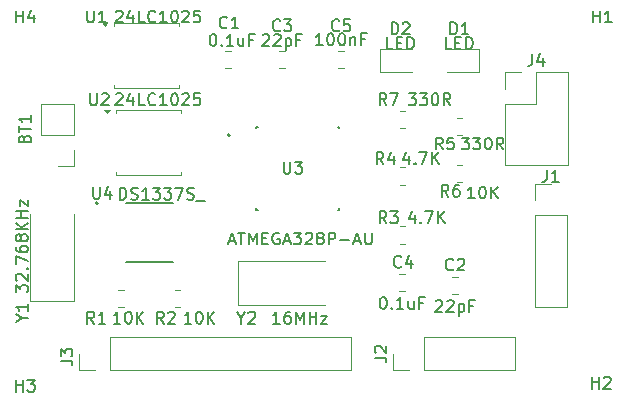
<source format=gbr>
%TF.GenerationSoftware,KiCad,Pcbnew,9.0.2*%
%TF.CreationDate,2025-09-17T22:50:59+05:45*%
%TF.ProjectId,MCU datalogger,4d435520-6461-4746-916c-6f676765722e,rev?*%
%TF.SameCoordinates,Original*%
%TF.FileFunction,Legend,Top*%
%TF.FilePolarity,Positive*%
%FSLAX46Y46*%
G04 Gerber Fmt 4.6, Leading zero omitted, Abs format (unit mm)*
G04 Created by KiCad (PCBNEW 9.0.2) date 2025-09-17 22:50:59*
%MOMM*%
%LPD*%
G01*
G04 APERTURE LIST*
%ADD10C,0.150000*%
%ADD11C,0.120000*%
%ADD12C,0.127000*%
%ADD13C,0.200000*%
G04 APERTURE END LIST*
D10*
X1947738095Y-2085204819D02*
X1947738095Y-2086014342D01*
X1947738095Y-2086014342D02*
X1947785714Y-2086109580D01*
X1947785714Y-2086109580D02*
X1947833333Y-2086157200D01*
X1947833333Y-2086157200D02*
X1947928571Y-2086204819D01*
X1947928571Y-2086204819D02*
X1948119047Y-2086204819D01*
X1948119047Y-2086204819D02*
X1948214285Y-2086157200D01*
X1948214285Y-2086157200D02*
X1948261904Y-2086109580D01*
X1948261904Y-2086109580D02*
X1948309523Y-2086014342D01*
X1948309523Y-2086014342D02*
X1948309523Y-2085204819D01*
X1949309523Y-2086204819D02*
X1948738095Y-2086204819D01*
X1949023809Y-2086204819D02*
X1949023809Y-2085204819D01*
X1949023809Y-2085204819D02*
X1948928571Y-2085347676D01*
X1948928571Y-2085347676D02*
X1948833333Y-2085442914D01*
X1948833333Y-2085442914D02*
X1948738095Y-2085490533D01*
X1950178571Y-2085300057D02*
X1950226190Y-2085252438D01*
X1950226190Y-2085252438D02*
X1950321428Y-2085204819D01*
X1950321428Y-2085204819D02*
X1950559523Y-2085204819D01*
X1950559523Y-2085204819D02*
X1950654761Y-2085252438D01*
X1950654761Y-2085252438D02*
X1950702380Y-2085300057D01*
X1950702380Y-2085300057D02*
X1950749999Y-2085395295D01*
X1950749999Y-2085395295D02*
X1950749999Y-2085490533D01*
X1950749999Y-2085490533D02*
X1950702380Y-2085633390D01*
X1950702380Y-2085633390D02*
X1950130952Y-2086204819D01*
X1950130952Y-2086204819D02*
X1950749999Y-2086204819D01*
X1951607142Y-2085538152D02*
X1951607142Y-2086204819D01*
X1951369047Y-2085157200D02*
X1951130952Y-2085871485D01*
X1951130952Y-2085871485D02*
X1951749999Y-2085871485D01*
X1952607142Y-2086204819D02*
X1952130952Y-2086204819D01*
X1952130952Y-2086204819D02*
X1952130952Y-2085204819D01*
X1953511904Y-2086109580D02*
X1953464285Y-2086157200D01*
X1953464285Y-2086157200D02*
X1953321428Y-2086204819D01*
X1953321428Y-2086204819D02*
X1953226190Y-2086204819D01*
X1953226190Y-2086204819D02*
X1953083333Y-2086157200D01*
X1953083333Y-2086157200D02*
X1952988095Y-2086061961D01*
X1952988095Y-2086061961D02*
X1952940476Y-2085966723D01*
X1952940476Y-2085966723D02*
X1952892857Y-2085776247D01*
X1952892857Y-2085776247D02*
X1952892857Y-2085633390D01*
X1952892857Y-2085633390D02*
X1952940476Y-2085442914D01*
X1952940476Y-2085442914D02*
X1952988095Y-2085347676D01*
X1952988095Y-2085347676D02*
X1953083333Y-2085252438D01*
X1953083333Y-2085252438D02*
X1953226190Y-2085204819D01*
X1953226190Y-2085204819D02*
X1953321428Y-2085204819D01*
X1953321428Y-2085204819D02*
X1953464285Y-2085252438D01*
X1953464285Y-2085252438D02*
X1953511904Y-2085300057D01*
X1954464285Y-2086204819D02*
X1953892857Y-2086204819D01*
X1954178571Y-2086204819D02*
X1954178571Y-2085204819D01*
X1954178571Y-2085204819D02*
X1954083333Y-2085347676D01*
X1954083333Y-2085347676D02*
X1953988095Y-2085442914D01*
X1953988095Y-2085442914D02*
X1953892857Y-2085490533D01*
X1955083333Y-2085204819D02*
X1955178571Y-2085204819D01*
X1955178571Y-2085204819D02*
X1955273809Y-2085252438D01*
X1955273809Y-2085252438D02*
X1955321428Y-2085300057D01*
X1955321428Y-2085300057D02*
X1955369047Y-2085395295D01*
X1955369047Y-2085395295D02*
X1955416666Y-2085585771D01*
X1955416666Y-2085585771D02*
X1955416666Y-2085823866D01*
X1955416666Y-2085823866D02*
X1955369047Y-2086014342D01*
X1955369047Y-2086014342D02*
X1955321428Y-2086109580D01*
X1955321428Y-2086109580D02*
X1955273809Y-2086157200D01*
X1955273809Y-2086157200D02*
X1955178571Y-2086204819D01*
X1955178571Y-2086204819D02*
X1955083333Y-2086204819D01*
X1955083333Y-2086204819D02*
X1954988095Y-2086157200D01*
X1954988095Y-2086157200D02*
X1954940476Y-2086109580D01*
X1954940476Y-2086109580D02*
X1954892857Y-2086014342D01*
X1954892857Y-2086014342D02*
X1954845238Y-2085823866D01*
X1954845238Y-2085823866D02*
X1954845238Y-2085585771D01*
X1954845238Y-2085585771D02*
X1954892857Y-2085395295D01*
X1954892857Y-2085395295D02*
X1954940476Y-2085300057D01*
X1954940476Y-2085300057D02*
X1954988095Y-2085252438D01*
X1954988095Y-2085252438D02*
X1955083333Y-2085204819D01*
X1955797619Y-2085300057D02*
X1955845238Y-2085252438D01*
X1955845238Y-2085252438D02*
X1955940476Y-2085204819D01*
X1955940476Y-2085204819D02*
X1956178571Y-2085204819D01*
X1956178571Y-2085204819D02*
X1956273809Y-2085252438D01*
X1956273809Y-2085252438D02*
X1956321428Y-2085300057D01*
X1956321428Y-2085300057D02*
X1956369047Y-2085395295D01*
X1956369047Y-2085395295D02*
X1956369047Y-2085490533D01*
X1956369047Y-2085490533D02*
X1956321428Y-2085633390D01*
X1956321428Y-2085633390D02*
X1955750000Y-2086204819D01*
X1955750000Y-2086204819D02*
X1956369047Y-2086204819D01*
X1957273809Y-2085204819D02*
X1956797619Y-2085204819D01*
X1956797619Y-2085204819D02*
X1956750000Y-2085681009D01*
X1956750000Y-2085681009D02*
X1956797619Y-2085633390D01*
X1956797619Y-2085633390D02*
X1956892857Y-2085585771D01*
X1956892857Y-2085585771D02*
X1957130952Y-2085585771D01*
X1957130952Y-2085585771D02*
X1957226190Y-2085633390D01*
X1957226190Y-2085633390D02*
X1957273809Y-2085681009D01*
X1957273809Y-2085681009D02*
X1957321428Y-2085776247D01*
X1957321428Y-2085776247D02*
X1957321428Y-2086014342D01*
X1957321428Y-2086014342D02*
X1957273809Y-2086109580D01*
X1957273809Y-2086109580D02*
X1957226190Y-2086157200D01*
X1957226190Y-2086157200D02*
X1957130952Y-2086204819D01*
X1957130952Y-2086204819D02*
X1956892857Y-2086204819D01*
X1956892857Y-2086204819D02*
X1956797619Y-2086157200D01*
X1956797619Y-2086157200D02*
X1956750000Y-2086109580D01*
X1942431009Y-2096035714D02*
X1942478628Y-2095892857D01*
X1942478628Y-2095892857D02*
X1942526247Y-2095845238D01*
X1942526247Y-2095845238D02*
X1942621485Y-2095797619D01*
X1942621485Y-2095797619D02*
X1942764342Y-2095797619D01*
X1942764342Y-2095797619D02*
X1942859580Y-2095845238D01*
X1942859580Y-2095845238D02*
X1942907200Y-2095892857D01*
X1942907200Y-2095892857D02*
X1942954819Y-2095988095D01*
X1942954819Y-2095988095D02*
X1942954819Y-2096369047D01*
X1942954819Y-2096369047D02*
X1941954819Y-2096369047D01*
X1941954819Y-2096369047D02*
X1941954819Y-2096035714D01*
X1941954819Y-2096035714D02*
X1942002438Y-2095940476D01*
X1942002438Y-2095940476D02*
X1942050057Y-2095892857D01*
X1942050057Y-2095892857D02*
X1942145295Y-2095845238D01*
X1942145295Y-2095845238D02*
X1942240533Y-2095845238D01*
X1942240533Y-2095845238D02*
X1942335771Y-2095892857D01*
X1942335771Y-2095892857D02*
X1942383390Y-2095940476D01*
X1942383390Y-2095940476D02*
X1942431009Y-2096035714D01*
X1942431009Y-2096035714D02*
X1942431009Y-2096369047D01*
X1941954819Y-2095511904D02*
X1941954819Y-2094940476D01*
X1942954819Y-2095226190D02*
X1941954819Y-2095226190D01*
X1942954819Y-2094083333D02*
X1942954819Y-2094654761D01*
X1942954819Y-2094369047D02*
X1941954819Y-2094369047D01*
X1941954819Y-2094369047D02*
X1942097676Y-2094464285D01*
X1942097676Y-2094464285D02*
X1942192914Y-2094559523D01*
X1942192914Y-2094559523D02*
X1942240533Y-2094654761D01*
X1948238095Y-2100122819D02*
X1948238095Y-2100932342D01*
X1948238095Y-2100932342D02*
X1948285714Y-2101027580D01*
X1948285714Y-2101027580D02*
X1948333333Y-2101075200D01*
X1948333333Y-2101075200D02*
X1948428571Y-2101122819D01*
X1948428571Y-2101122819D02*
X1948619047Y-2101122819D01*
X1948619047Y-2101122819D02*
X1948714285Y-2101075200D01*
X1948714285Y-2101075200D02*
X1948761904Y-2101027580D01*
X1948761904Y-2101027580D02*
X1948809523Y-2100932342D01*
X1948809523Y-2100932342D02*
X1948809523Y-2100122819D01*
X1949714285Y-2100456152D02*
X1949714285Y-2101122819D01*
X1949476190Y-2100075200D02*
X1949238095Y-2100789485D01*
X1949238095Y-2100789485D02*
X1949857142Y-2100789485D01*
X1950500000Y-2101204819D02*
X1950500000Y-2100204819D01*
X1950500000Y-2100204819D02*
X1950738095Y-2100204819D01*
X1950738095Y-2100204819D02*
X1950880952Y-2100252438D01*
X1950880952Y-2100252438D02*
X1950976190Y-2100347676D01*
X1950976190Y-2100347676D02*
X1951023809Y-2100442914D01*
X1951023809Y-2100442914D02*
X1951071428Y-2100633390D01*
X1951071428Y-2100633390D02*
X1951071428Y-2100776247D01*
X1951071428Y-2100776247D02*
X1951023809Y-2100966723D01*
X1951023809Y-2100966723D02*
X1950976190Y-2101061961D01*
X1950976190Y-2101061961D02*
X1950880952Y-2101157200D01*
X1950880952Y-2101157200D02*
X1950738095Y-2101204819D01*
X1950738095Y-2101204819D02*
X1950500000Y-2101204819D01*
X1951452381Y-2101157200D02*
X1951595238Y-2101204819D01*
X1951595238Y-2101204819D02*
X1951833333Y-2101204819D01*
X1951833333Y-2101204819D02*
X1951928571Y-2101157200D01*
X1951928571Y-2101157200D02*
X1951976190Y-2101109580D01*
X1951976190Y-2101109580D02*
X1952023809Y-2101014342D01*
X1952023809Y-2101014342D02*
X1952023809Y-2100919104D01*
X1952023809Y-2100919104D02*
X1951976190Y-2100823866D01*
X1951976190Y-2100823866D02*
X1951928571Y-2100776247D01*
X1951928571Y-2100776247D02*
X1951833333Y-2100728628D01*
X1951833333Y-2100728628D02*
X1951642857Y-2100681009D01*
X1951642857Y-2100681009D02*
X1951547619Y-2100633390D01*
X1951547619Y-2100633390D02*
X1951500000Y-2100585771D01*
X1951500000Y-2100585771D02*
X1951452381Y-2100490533D01*
X1951452381Y-2100490533D02*
X1951452381Y-2100395295D01*
X1951452381Y-2100395295D02*
X1951500000Y-2100300057D01*
X1951500000Y-2100300057D02*
X1951547619Y-2100252438D01*
X1951547619Y-2100252438D02*
X1951642857Y-2100204819D01*
X1951642857Y-2100204819D02*
X1951880952Y-2100204819D01*
X1951880952Y-2100204819D02*
X1952023809Y-2100252438D01*
X1952976190Y-2101204819D02*
X1952404762Y-2101204819D01*
X1952690476Y-2101204819D02*
X1952690476Y-2100204819D01*
X1952690476Y-2100204819D02*
X1952595238Y-2100347676D01*
X1952595238Y-2100347676D02*
X1952500000Y-2100442914D01*
X1952500000Y-2100442914D02*
X1952404762Y-2100490533D01*
X1953309524Y-2100204819D02*
X1953928571Y-2100204819D01*
X1953928571Y-2100204819D02*
X1953595238Y-2100585771D01*
X1953595238Y-2100585771D02*
X1953738095Y-2100585771D01*
X1953738095Y-2100585771D02*
X1953833333Y-2100633390D01*
X1953833333Y-2100633390D02*
X1953880952Y-2100681009D01*
X1953880952Y-2100681009D02*
X1953928571Y-2100776247D01*
X1953928571Y-2100776247D02*
X1953928571Y-2101014342D01*
X1953928571Y-2101014342D02*
X1953880952Y-2101109580D01*
X1953880952Y-2101109580D02*
X1953833333Y-2101157200D01*
X1953833333Y-2101157200D02*
X1953738095Y-2101204819D01*
X1953738095Y-2101204819D02*
X1953452381Y-2101204819D01*
X1953452381Y-2101204819D02*
X1953357143Y-2101157200D01*
X1953357143Y-2101157200D02*
X1953309524Y-2101109580D01*
X1954261905Y-2100204819D02*
X1954880952Y-2100204819D01*
X1954880952Y-2100204819D02*
X1954547619Y-2100585771D01*
X1954547619Y-2100585771D02*
X1954690476Y-2100585771D01*
X1954690476Y-2100585771D02*
X1954785714Y-2100633390D01*
X1954785714Y-2100633390D02*
X1954833333Y-2100681009D01*
X1954833333Y-2100681009D02*
X1954880952Y-2100776247D01*
X1954880952Y-2100776247D02*
X1954880952Y-2101014342D01*
X1954880952Y-2101014342D02*
X1954833333Y-2101109580D01*
X1954833333Y-2101109580D02*
X1954785714Y-2101157200D01*
X1954785714Y-2101157200D02*
X1954690476Y-2101204819D01*
X1954690476Y-2101204819D02*
X1954404762Y-2101204819D01*
X1954404762Y-2101204819D02*
X1954309524Y-2101157200D01*
X1954309524Y-2101157200D02*
X1954261905Y-2101109580D01*
X1955214286Y-2100204819D02*
X1955880952Y-2100204819D01*
X1955880952Y-2100204819D02*
X1955452381Y-2101204819D01*
X1956214286Y-2101157200D02*
X1956357143Y-2101204819D01*
X1956357143Y-2101204819D02*
X1956595238Y-2101204819D01*
X1956595238Y-2101204819D02*
X1956690476Y-2101157200D01*
X1956690476Y-2101157200D02*
X1956738095Y-2101109580D01*
X1956738095Y-2101109580D02*
X1956785714Y-2101014342D01*
X1956785714Y-2101014342D02*
X1956785714Y-2100919104D01*
X1956785714Y-2100919104D02*
X1956738095Y-2100823866D01*
X1956738095Y-2100823866D02*
X1956690476Y-2100776247D01*
X1956690476Y-2100776247D02*
X1956595238Y-2100728628D01*
X1956595238Y-2100728628D02*
X1956404762Y-2100681009D01*
X1956404762Y-2100681009D02*
X1956309524Y-2100633390D01*
X1956309524Y-2100633390D02*
X1956261905Y-2100585771D01*
X1956261905Y-2100585771D02*
X1956214286Y-2100490533D01*
X1956214286Y-2100490533D02*
X1956214286Y-2100395295D01*
X1956214286Y-2100395295D02*
X1956261905Y-2100300057D01*
X1956261905Y-2100300057D02*
X1956309524Y-2100252438D01*
X1956309524Y-2100252438D02*
X1956404762Y-2100204819D01*
X1956404762Y-2100204819D02*
X1956642857Y-2100204819D01*
X1956642857Y-2100204819D02*
X1956785714Y-2100252438D01*
X1956976191Y-2101300057D02*
X1957738095Y-2101300057D01*
X1974333333Y-2106859580D02*
X1974285714Y-2106907200D01*
X1974285714Y-2106907200D02*
X1974142857Y-2106954819D01*
X1974142857Y-2106954819D02*
X1974047619Y-2106954819D01*
X1974047619Y-2106954819D02*
X1973904762Y-2106907200D01*
X1973904762Y-2106907200D02*
X1973809524Y-2106811961D01*
X1973809524Y-2106811961D02*
X1973761905Y-2106716723D01*
X1973761905Y-2106716723D02*
X1973714286Y-2106526247D01*
X1973714286Y-2106526247D02*
X1973714286Y-2106383390D01*
X1973714286Y-2106383390D02*
X1973761905Y-2106192914D01*
X1973761905Y-2106192914D02*
X1973809524Y-2106097676D01*
X1973809524Y-2106097676D02*
X1973904762Y-2106002438D01*
X1973904762Y-2106002438D02*
X1974047619Y-2105954819D01*
X1974047619Y-2105954819D02*
X1974142857Y-2105954819D01*
X1974142857Y-2105954819D02*
X1974285714Y-2106002438D01*
X1974285714Y-2106002438D02*
X1974333333Y-2106050057D01*
X1975190476Y-2106288152D02*
X1975190476Y-2106954819D01*
X1974952381Y-2105907200D02*
X1974714286Y-2106621485D01*
X1974714286Y-2106621485D02*
X1975333333Y-2106621485D01*
X1972757143Y-2109454819D02*
X1972852381Y-2109454819D01*
X1972852381Y-2109454819D02*
X1972947619Y-2109502438D01*
X1972947619Y-2109502438D02*
X1972995238Y-2109550057D01*
X1972995238Y-2109550057D02*
X1973042857Y-2109645295D01*
X1973042857Y-2109645295D02*
X1973090476Y-2109835771D01*
X1973090476Y-2109835771D02*
X1973090476Y-2110073866D01*
X1973090476Y-2110073866D02*
X1973042857Y-2110264342D01*
X1973042857Y-2110264342D02*
X1972995238Y-2110359580D01*
X1972995238Y-2110359580D02*
X1972947619Y-2110407200D01*
X1972947619Y-2110407200D02*
X1972852381Y-2110454819D01*
X1972852381Y-2110454819D02*
X1972757143Y-2110454819D01*
X1972757143Y-2110454819D02*
X1972661905Y-2110407200D01*
X1972661905Y-2110407200D02*
X1972614286Y-2110359580D01*
X1972614286Y-2110359580D02*
X1972566667Y-2110264342D01*
X1972566667Y-2110264342D02*
X1972519048Y-2110073866D01*
X1972519048Y-2110073866D02*
X1972519048Y-2109835771D01*
X1972519048Y-2109835771D02*
X1972566667Y-2109645295D01*
X1972566667Y-2109645295D02*
X1972614286Y-2109550057D01*
X1972614286Y-2109550057D02*
X1972661905Y-2109502438D01*
X1972661905Y-2109502438D02*
X1972757143Y-2109454819D01*
X1973519048Y-2110359580D02*
X1973566667Y-2110407200D01*
X1973566667Y-2110407200D02*
X1973519048Y-2110454819D01*
X1973519048Y-2110454819D02*
X1973471429Y-2110407200D01*
X1973471429Y-2110407200D02*
X1973519048Y-2110359580D01*
X1973519048Y-2110359580D02*
X1973519048Y-2110454819D01*
X1974519047Y-2110454819D02*
X1973947619Y-2110454819D01*
X1974233333Y-2110454819D02*
X1974233333Y-2109454819D01*
X1974233333Y-2109454819D02*
X1974138095Y-2109597676D01*
X1974138095Y-2109597676D02*
X1974042857Y-2109692914D01*
X1974042857Y-2109692914D02*
X1973947619Y-2109740533D01*
X1975376190Y-2109788152D02*
X1975376190Y-2110454819D01*
X1974947619Y-2109788152D02*
X1974947619Y-2110311961D01*
X1974947619Y-2110311961D02*
X1974995238Y-2110407200D01*
X1974995238Y-2110407200D02*
X1975090476Y-2110454819D01*
X1975090476Y-2110454819D02*
X1975233333Y-2110454819D01*
X1975233333Y-2110454819D02*
X1975328571Y-2110407200D01*
X1975328571Y-2110407200D02*
X1975376190Y-2110359580D01*
X1976185714Y-2109931009D02*
X1975852381Y-2109931009D01*
X1975852381Y-2110454819D02*
X1975852381Y-2109454819D01*
X1975852381Y-2109454819D02*
X1976328571Y-2109454819D01*
X1978733333Y-2107109580D02*
X1978685714Y-2107157200D01*
X1978685714Y-2107157200D02*
X1978542857Y-2107204819D01*
X1978542857Y-2107204819D02*
X1978447619Y-2107204819D01*
X1978447619Y-2107204819D02*
X1978304762Y-2107157200D01*
X1978304762Y-2107157200D02*
X1978209524Y-2107061961D01*
X1978209524Y-2107061961D02*
X1978161905Y-2106966723D01*
X1978161905Y-2106966723D02*
X1978114286Y-2106776247D01*
X1978114286Y-2106776247D02*
X1978114286Y-2106633390D01*
X1978114286Y-2106633390D02*
X1978161905Y-2106442914D01*
X1978161905Y-2106442914D02*
X1978209524Y-2106347676D01*
X1978209524Y-2106347676D02*
X1978304762Y-2106252438D01*
X1978304762Y-2106252438D02*
X1978447619Y-2106204819D01*
X1978447619Y-2106204819D02*
X1978542857Y-2106204819D01*
X1978542857Y-2106204819D02*
X1978685714Y-2106252438D01*
X1978685714Y-2106252438D02*
X1978733333Y-2106300057D01*
X1979114286Y-2106300057D02*
X1979161905Y-2106252438D01*
X1979161905Y-2106252438D02*
X1979257143Y-2106204819D01*
X1979257143Y-2106204819D02*
X1979495238Y-2106204819D01*
X1979495238Y-2106204819D02*
X1979590476Y-2106252438D01*
X1979590476Y-2106252438D02*
X1979638095Y-2106300057D01*
X1979638095Y-2106300057D02*
X1979685714Y-2106395295D01*
X1979685714Y-2106395295D02*
X1979685714Y-2106490533D01*
X1979685714Y-2106490533D02*
X1979638095Y-2106633390D01*
X1979638095Y-2106633390D02*
X1979066667Y-2107204819D01*
X1979066667Y-2107204819D02*
X1979685714Y-2107204819D01*
X1977257143Y-2109800057D02*
X1977304762Y-2109752438D01*
X1977304762Y-2109752438D02*
X1977400000Y-2109704819D01*
X1977400000Y-2109704819D02*
X1977638095Y-2109704819D01*
X1977638095Y-2109704819D02*
X1977733333Y-2109752438D01*
X1977733333Y-2109752438D02*
X1977780952Y-2109800057D01*
X1977780952Y-2109800057D02*
X1977828571Y-2109895295D01*
X1977828571Y-2109895295D02*
X1977828571Y-2109990533D01*
X1977828571Y-2109990533D02*
X1977780952Y-2110133390D01*
X1977780952Y-2110133390D02*
X1977209524Y-2110704819D01*
X1977209524Y-2110704819D02*
X1977828571Y-2110704819D01*
X1978209524Y-2109800057D02*
X1978257143Y-2109752438D01*
X1978257143Y-2109752438D02*
X1978352381Y-2109704819D01*
X1978352381Y-2109704819D02*
X1978590476Y-2109704819D01*
X1978590476Y-2109704819D02*
X1978685714Y-2109752438D01*
X1978685714Y-2109752438D02*
X1978733333Y-2109800057D01*
X1978733333Y-2109800057D02*
X1978780952Y-2109895295D01*
X1978780952Y-2109895295D02*
X1978780952Y-2109990533D01*
X1978780952Y-2109990533D02*
X1978733333Y-2110133390D01*
X1978733333Y-2110133390D02*
X1978161905Y-2110704819D01*
X1978161905Y-2110704819D02*
X1978780952Y-2110704819D01*
X1979209524Y-2110038152D02*
X1979209524Y-2111038152D01*
X1979209524Y-2110085771D02*
X1979304762Y-2110038152D01*
X1979304762Y-2110038152D02*
X1979495238Y-2110038152D01*
X1979495238Y-2110038152D02*
X1979590476Y-2110085771D01*
X1979590476Y-2110085771D02*
X1979638095Y-2110133390D01*
X1979638095Y-2110133390D02*
X1979685714Y-2110228628D01*
X1979685714Y-2110228628D02*
X1979685714Y-2110514342D01*
X1979685714Y-2110514342D02*
X1979638095Y-2110609580D01*
X1979638095Y-2110609580D02*
X1979590476Y-2110657200D01*
X1979590476Y-2110657200D02*
X1979495238Y-2110704819D01*
X1979495238Y-2110704819D02*
X1979304762Y-2110704819D01*
X1979304762Y-2110704819D02*
X1979209524Y-2110657200D01*
X1980447619Y-2110181009D02*
X1980114286Y-2110181009D01*
X1980114286Y-2110704819D02*
X1980114286Y-2109704819D01*
X1980114286Y-2109704819D02*
X1980590476Y-2109704819D01*
X1941738095Y-2117454819D02*
X1941738095Y-2116454819D01*
X1941738095Y-2116931009D02*
X1942309523Y-2116931009D01*
X1942309523Y-2117454819D02*
X1942309523Y-2116454819D01*
X1942690476Y-2116454819D02*
X1943309523Y-2116454819D01*
X1943309523Y-2116454819D02*
X1942976190Y-2116835771D01*
X1942976190Y-2116835771D02*
X1943119047Y-2116835771D01*
X1943119047Y-2116835771D02*
X1943214285Y-2116883390D01*
X1943214285Y-2116883390D02*
X1943261904Y-2116931009D01*
X1943261904Y-2116931009D02*
X1943309523Y-2117026247D01*
X1943309523Y-2117026247D02*
X1943309523Y-2117264342D01*
X1943309523Y-2117264342D02*
X1943261904Y-2117359580D01*
X1943261904Y-2117359580D02*
X1943214285Y-2117407200D01*
X1943214285Y-2117407200D02*
X1943119047Y-2117454819D01*
X1943119047Y-2117454819D02*
X1942833333Y-2117454819D01*
X1942833333Y-2117454819D02*
X1942738095Y-2117407200D01*
X1942738095Y-2117407200D02*
X1942690476Y-2117359580D01*
X1964083333Y-2086859580D02*
X1964035714Y-2086907200D01*
X1964035714Y-2086907200D02*
X1963892857Y-2086954819D01*
X1963892857Y-2086954819D02*
X1963797619Y-2086954819D01*
X1963797619Y-2086954819D02*
X1963654762Y-2086907200D01*
X1963654762Y-2086907200D02*
X1963559524Y-2086811961D01*
X1963559524Y-2086811961D02*
X1963511905Y-2086716723D01*
X1963511905Y-2086716723D02*
X1963464286Y-2086526247D01*
X1963464286Y-2086526247D02*
X1963464286Y-2086383390D01*
X1963464286Y-2086383390D02*
X1963511905Y-2086192914D01*
X1963511905Y-2086192914D02*
X1963559524Y-2086097676D01*
X1963559524Y-2086097676D02*
X1963654762Y-2086002438D01*
X1963654762Y-2086002438D02*
X1963797619Y-2085954819D01*
X1963797619Y-2085954819D02*
X1963892857Y-2085954819D01*
X1963892857Y-2085954819D02*
X1964035714Y-2086002438D01*
X1964035714Y-2086002438D02*
X1964083333Y-2086050057D01*
X1964416667Y-2085954819D02*
X1965035714Y-2085954819D01*
X1965035714Y-2085954819D02*
X1964702381Y-2086335771D01*
X1964702381Y-2086335771D02*
X1964845238Y-2086335771D01*
X1964845238Y-2086335771D02*
X1964940476Y-2086383390D01*
X1964940476Y-2086383390D02*
X1964988095Y-2086431009D01*
X1964988095Y-2086431009D02*
X1965035714Y-2086526247D01*
X1965035714Y-2086526247D02*
X1965035714Y-2086764342D01*
X1965035714Y-2086764342D02*
X1964988095Y-2086859580D01*
X1964988095Y-2086859580D02*
X1964940476Y-2086907200D01*
X1964940476Y-2086907200D02*
X1964845238Y-2086954819D01*
X1964845238Y-2086954819D02*
X1964559524Y-2086954819D01*
X1964559524Y-2086954819D02*
X1964464286Y-2086907200D01*
X1964464286Y-2086907200D02*
X1964416667Y-2086859580D01*
X1962594643Y-2087300057D02*
X1962642262Y-2087252438D01*
X1962642262Y-2087252438D02*
X1962737500Y-2087204819D01*
X1962737500Y-2087204819D02*
X1962975595Y-2087204819D01*
X1962975595Y-2087204819D02*
X1963070833Y-2087252438D01*
X1963070833Y-2087252438D02*
X1963118452Y-2087300057D01*
X1963118452Y-2087300057D02*
X1963166071Y-2087395295D01*
X1963166071Y-2087395295D02*
X1963166071Y-2087490533D01*
X1963166071Y-2087490533D02*
X1963118452Y-2087633390D01*
X1963118452Y-2087633390D02*
X1962547024Y-2088204819D01*
X1962547024Y-2088204819D02*
X1963166071Y-2088204819D01*
X1963547024Y-2087300057D02*
X1963594643Y-2087252438D01*
X1963594643Y-2087252438D02*
X1963689881Y-2087204819D01*
X1963689881Y-2087204819D02*
X1963927976Y-2087204819D01*
X1963927976Y-2087204819D02*
X1964023214Y-2087252438D01*
X1964023214Y-2087252438D02*
X1964070833Y-2087300057D01*
X1964070833Y-2087300057D02*
X1964118452Y-2087395295D01*
X1964118452Y-2087395295D02*
X1964118452Y-2087490533D01*
X1964118452Y-2087490533D02*
X1964070833Y-2087633390D01*
X1964070833Y-2087633390D02*
X1963499405Y-2088204819D01*
X1963499405Y-2088204819D02*
X1964118452Y-2088204819D01*
X1964547024Y-2087538152D02*
X1964547024Y-2088538152D01*
X1964547024Y-2087585771D02*
X1964642262Y-2087538152D01*
X1964642262Y-2087538152D02*
X1964832738Y-2087538152D01*
X1964832738Y-2087538152D02*
X1964927976Y-2087585771D01*
X1964927976Y-2087585771D02*
X1964975595Y-2087633390D01*
X1964975595Y-2087633390D02*
X1965023214Y-2087728628D01*
X1965023214Y-2087728628D02*
X1965023214Y-2088014342D01*
X1965023214Y-2088014342D02*
X1964975595Y-2088109580D01*
X1964975595Y-2088109580D02*
X1964927976Y-2088157200D01*
X1964927976Y-2088157200D02*
X1964832738Y-2088204819D01*
X1964832738Y-2088204819D02*
X1964642262Y-2088204819D01*
X1964642262Y-2088204819D02*
X1964547024Y-2088157200D01*
X1965785119Y-2087681009D02*
X1965451786Y-2087681009D01*
X1965451786Y-2088204819D02*
X1965451786Y-2087204819D01*
X1965451786Y-2087204819D02*
X1965927976Y-2087204819D01*
X1990488095Y-2117204819D02*
X1990488095Y-2116204819D01*
X1990488095Y-2116681009D02*
X1991059523Y-2116681009D01*
X1991059523Y-2117204819D02*
X1991059523Y-2116204819D01*
X1991488095Y-2116300057D02*
X1991535714Y-2116252438D01*
X1991535714Y-2116252438D02*
X1991630952Y-2116204819D01*
X1991630952Y-2116204819D02*
X1991869047Y-2116204819D01*
X1991869047Y-2116204819D02*
X1991964285Y-2116252438D01*
X1991964285Y-2116252438D02*
X1992011904Y-2116300057D01*
X1992011904Y-2116300057D02*
X1992059523Y-2116395295D01*
X1992059523Y-2116395295D02*
X1992059523Y-2116490533D01*
X1992059523Y-2116490533D02*
X1992011904Y-2116633390D01*
X1992011904Y-2116633390D02*
X1991440476Y-2117204819D01*
X1991440476Y-2117204819D02*
X1992059523Y-2117204819D01*
X1947988095Y-2092204819D02*
X1947988095Y-2093014342D01*
X1947988095Y-2093014342D02*
X1948035714Y-2093109580D01*
X1948035714Y-2093109580D02*
X1948083333Y-2093157200D01*
X1948083333Y-2093157200D02*
X1948178571Y-2093204819D01*
X1948178571Y-2093204819D02*
X1948369047Y-2093204819D01*
X1948369047Y-2093204819D02*
X1948464285Y-2093157200D01*
X1948464285Y-2093157200D02*
X1948511904Y-2093109580D01*
X1948511904Y-2093109580D02*
X1948559523Y-2093014342D01*
X1948559523Y-2093014342D02*
X1948559523Y-2092204819D01*
X1948988095Y-2092300057D02*
X1949035714Y-2092252438D01*
X1949035714Y-2092252438D02*
X1949130952Y-2092204819D01*
X1949130952Y-2092204819D02*
X1949369047Y-2092204819D01*
X1949369047Y-2092204819D02*
X1949464285Y-2092252438D01*
X1949464285Y-2092252438D02*
X1949511904Y-2092300057D01*
X1949511904Y-2092300057D02*
X1949559523Y-2092395295D01*
X1949559523Y-2092395295D02*
X1949559523Y-2092490533D01*
X1949559523Y-2092490533D02*
X1949511904Y-2092633390D01*
X1949511904Y-2092633390D02*
X1948940476Y-2093204819D01*
X1948940476Y-2093204819D02*
X1949559523Y-2093204819D01*
X1950178571Y-2092300057D02*
X1950226190Y-2092252438D01*
X1950226190Y-2092252438D02*
X1950321428Y-2092204819D01*
X1950321428Y-2092204819D02*
X1950559523Y-2092204819D01*
X1950559523Y-2092204819D02*
X1950654761Y-2092252438D01*
X1950654761Y-2092252438D02*
X1950702380Y-2092300057D01*
X1950702380Y-2092300057D02*
X1950749999Y-2092395295D01*
X1950749999Y-2092395295D02*
X1950749999Y-2092490533D01*
X1950749999Y-2092490533D02*
X1950702380Y-2092633390D01*
X1950702380Y-2092633390D02*
X1950130952Y-2093204819D01*
X1950130952Y-2093204819D02*
X1950749999Y-2093204819D01*
X1951607142Y-2092538152D02*
X1951607142Y-2093204819D01*
X1951369047Y-2092157200D02*
X1951130952Y-2092871485D01*
X1951130952Y-2092871485D02*
X1951749999Y-2092871485D01*
X1952607142Y-2093204819D02*
X1952130952Y-2093204819D01*
X1952130952Y-2093204819D02*
X1952130952Y-2092204819D01*
X1953511904Y-2093109580D02*
X1953464285Y-2093157200D01*
X1953464285Y-2093157200D02*
X1953321428Y-2093204819D01*
X1953321428Y-2093204819D02*
X1953226190Y-2093204819D01*
X1953226190Y-2093204819D02*
X1953083333Y-2093157200D01*
X1953083333Y-2093157200D02*
X1952988095Y-2093061961D01*
X1952988095Y-2093061961D02*
X1952940476Y-2092966723D01*
X1952940476Y-2092966723D02*
X1952892857Y-2092776247D01*
X1952892857Y-2092776247D02*
X1952892857Y-2092633390D01*
X1952892857Y-2092633390D02*
X1952940476Y-2092442914D01*
X1952940476Y-2092442914D02*
X1952988095Y-2092347676D01*
X1952988095Y-2092347676D02*
X1953083333Y-2092252438D01*
X1953083333Y-2092252438D02*
X1953226190Y-2092204819D01*
X1953226190Y-2092204819D02*
X1953321428Y-2092204819D01*
X1953321428Y-2092204819D02*
X1953464285Y-2092252438D01*
X1953464285Y-2092252438D02*
X1953511904Y-2092300057D01*
X1954464285Y-2093204819D02*
X1953892857Y-2093204819D01*
X1954178571Y-2093204819D02*
X1954178571Y-2092204819D01*
X1954178571Y-2092204819D02*
X1954083333Y-2092347676D01*
X1954083333Y-2092347676D02*
X1953988095Y-2092442914D01*
X1953988095Y-2092442914D02*
X1953892857Y-2092490533D01*
X1955083333Y-2092204819D02*
X1955178571Y-2092204819D01*
X1955178571Y-2092204819D02*
X1955273809Y-2092252438D01*
X1955273809Y-2092252438D02*
X1955321428Y-2092300057D01*
X1955321428Y-2092300057D02*
X1955369047Y-2092395295D01*
X1955369047Y-2092395295D02*
X1955416666Y-2092585771D01*
X1955416666Y-2092585771D02*
X1955416666Y-2092823866D01*
X1955416666Y-2092823866D02*
X1955369047Y-2093014342D01*
X1955369047Y-2093014342D02*
X1955321428Y-2093109580D01*
X1955321428Y-2093109580D02*
X1955273809Y-2093157200D01*
X1955273809Y-2093157200D02*
X1955178571Y-2093204819D01*
X1955178571Y-2093204819D02*
X1955083333Y-2093204819D01*
X1955083333Y-2093204819D02*
X1954988095Y-2093157200D01*
X1954988095Y-2093157200D02*
X1954940476Y-2093109580D01*
X1954940476Y-2093109580D02*
X1954892857Y-2093014342D01*
X1954892857Y-2093014342D02*
X1954845238Y-2092823866D01*
X1954845238Y-2092823866D02*
X1954845238Y-2092585771D01*
X1954845238Y-2092585771D02*
X1954892857Y-2092395295D01*
X1954892857Y-2092395295D02*
X1954940476Y-2092300057D01*
X1954940476Y-2092300057D02*
X1954988095Y-2092252438D01*
X1954988095Y-2092252438D02*
X1955083333Y-2092204819D01*
X1955797619Y-2092300057D02*
X1955845238Y-2092252438D01*
X1955845238Y-2092252438D02*
X1955940476Y-2092204819D01*
X1955940476Y-2092204819D02*
X1956178571Y-2092204819D01*
X1956178571Y-2092204819D02*
X1956273809Y-2092252438D01*
X1956273809Y-2092252438D02*
X1956321428Y-2092300057D01*
X1956321428Y-2092300057D02*
X1956369047Y-2092395295D01*
X1956369047Y-2092395295D02*
X1956369047Y-2092490533D01*
X1956369047Y-2092490533D02*
X1956321428Y-2092633390D01*
X1956321428Y-2092633390D02*
X1955750000Y-2093204819D01*
X1955750000Y-2093204819D02*
X1956369047Y-2093204819D01*
X1957273809Y-2092204819D02*
X1956797619Y-2092204819D01*
X1956797619Y-2092204819D02*
X1956750000Y-2092681009D01*
X1956750000Y-2092681009D02*
X1956797619Y-2092633390D01*
X1956797619Y-2092633390D02*
X1956892857Y-2092585771D01*
X1956892857Y-2092585771D02*
X1957130952Y-2092585771D01*
X1957130952Y-2092585771D02*
X1957226190Y-2092633390D01*
X1957226190Y-2092633390D02*
X1957273809Y-2092681009D01*
X1957273809Y-2092681009D02*
X1957321428Y-2092776247D01*
X1957321428Y-2092776247D02*
X1957321428Y-2093014342D01*
X1957321428Y-2093014342D02*
X1957273809Y-2093109580D01*
X1957273809Y-2093109580D02*
X1957226190Y-2093157200D01*
X1957226190Y-2093157200D02*
X1957130952Y-2093204819D01*
X1957130952Y-2093204819D02*
X1956892857Y-2093204819D01*
X1956892857Y-2093204819D02*
X1956797619Y-2093157200D01*
X1956797619Y-2093157200D02*
X1956750000Y-2093109580D01*
X1986666666Y-2098704819D02*
X1986666666Y-2099419104D01*
X1986666666Y-2099419104D02*
X1986619047Y-2099561961D01*
X1986619047Y-2099561961D02*
X1986523809Y-2099657200D01*
X1986523809Y-2099657200D02*
X1986380952Y-2099704819D01*
X1986380952Y-2099704819D02*
X1986285714Y-2099704819D01*
X1987666666Y-2099704819D02*
X1987095238Y-2099704819D01*
X1987380952Y-2099704819D02*
X1987380952Y-2098704819D01*
X1987380952Y-2098704819D02*
X1987285714Y-2098847676D01*
X1987285714Y-2098847676D02*
X1987190476Y-2098942914D01*
X1987190476Y-2098942914D02*
X1987095238Y-2098990533D01*
X1973083333Y-2103204819D02*
X1972750000Y-2102728628D01*
X1972511905Y-2103204819D02*
X1972511905Y-2102204819D01*
X1972511905Y-2102204819D02*
X1972892857Y-2102204819D01*
X1972892857Y-2102204819D02*
X1972988095Y-2102252438D01*
X1972988095Y-2102252438D02*
X1973035714Y-2102300057D01*
X1973035714Y-2102300057D02*
X1973083333Y-2102395295D01*
X1973083333Y-2102395295D02*
X1973083333Y-2102538152D01*
X1973083333Y-2102538152D02*
X1973035714Y-2102633390D01*
X1973035714Y-2102633390D02*
X1972988095Y-2102681009D01*
X1972988095Y-2102681009D02*
X1972892857Y-2102728628D01*
X1972892857Y-2102728628D02*
X1972511905Y-2102728628D01*
X1973416667Y-2102204819D02*
X1974035714Y-2102204819D01*
X1974035714Y-2102204819D02*
X1973702381Y-2102585771D01*
X1973702381Y-2102585771D02*
X1973845238Y-2102585771D01*
X1973845238Y-2102585771D02*
X1973940476Y-2102633390D01*
X1973940476Y-2102633390D02*
X1973988095Y-2102681009D01*
X1973988095Y-2102681009D02*
X1974035714Y-2102776247D01*
X1974035714Y-2102776247D02*
X1974035714Y-2103014342D01*
X1974035714Y-2103014342D02*
X1973988095Y-2103109580D01*
X1973988095Y-2103109580D02*
X1973940476Y-2103157200D01*
X1973940476Y-2103157200D02*
X1973845238Y-2103204819D01*
X1973845238Y-2103204819D02*
X1973559524Y-2103204819D01*
X1973559524Y-2103204819D02*
X1973464286Y-2103157200D01*
X1973464286Y-2103157200D02*
X1973416667Y-2103109580D01*
X1975476190Y-2102538152D02*
X1975476190Y-2103204819D01*
X1975238095Y-2102157200D02*
X1975000000Y-2102871485D01*
X1975000000Y-2102871485D02*
X1975619047Y-2102871485D01*
X1976000000Y-2103109580D02*
X1976047619Y-2103157200D01*
X1976047619Y-2103157200D02*
X1976000000Y-2103204819D01*
X1976000000Y-2103204819D02*
X1975952381Y-2103157200D01*
X1975952381Y-2103157200D02*
X1976000000Y-2103109580D01*
X1976000000Y-2103109580D02*
X1976000000Y-2103204819D01*
X1976380952Y-2102204819D02*
X1977047618Y-2102204819D01*
X1977047618Y-2102204819D02*
X1976619047Y-2103204819D01*
X1977428571Y-2103204819D02*
X1977428571Y-2102204819D01*
X1977999999Y-2103204819D02*
X1977571428Y-2102633390D01*
X1977999999Y-2102204819D02*
X1977428571Y-2102776247D01*
X1972833333Y-2098204819D02*
X1972500000Y-2097728628D01*
X1972261905Y-2098204819D02*
X1972261905Y-2097204819D01*
X1972261905Y-2097204819D02*
X1972642857Y-2097204819D01*
X1972642857Y-2097204819D02*
X1972738095Y-2097252438D01*
X1972738095Y-2097252438D02*
X1972785714Y-2097300057D01*
X1972785714Y-2097300057D02*
X1972833333Y-2097395295D01*
X1972833333Y-2097395295D02*
X1972833333Y-2097538152D01*
X1972833333Y-2097538152D02*
X1972785714Y-2097633390D01*
X1972785714Y-2097633390D02*
X1972738095Y-2097681009D01*
X1972738095Y-2097681009D02*
X1972642857Y-2097728628D01*
X1972642857Y-2097728628D02*
X1972261905Y-2097728628D01*
X1973690476Y-2097538152D02*
X1973690476Y-2098204819D01*
X1973452381Y-2097157200D02*
X1973214286Y-2097871485D01*
X1973214286Y-2097871485D02*
X1973833333Y-2097871485D01*
X1974976190Y-2097538152D02*
X1974976190Y-2098204819D01*
X1974738095Y-2097157200D02*
X1974500000Y-2097871485D01*
X1974500000Y-2097871485D02*
X1975119047Y-2097871485D01*
X1975500000Y-2098109580D02*
X1975547619Y-2098157200D01*
X1975547619Y-2098157200D02*
X1975500000Y-2098204819D01*
X1975500000Y-2098204819D02*
X1975452381Y-2098157200D01*
X1975452381Y-2098157200D02*
X1975500000Y-2098109580D01*
X1975500000Y-2098109580D02*
X1975500000Y-2098204819D01*
X1975880952Y-2097204819D02*
X1976547618Y-2097204819D01*
X1976547618Y-2097204819D02*
X1976119047Y-2098204819D01*
X1976928571Y-2098204819D02*
X1976928571Y-2097204819D01*
X1977499999Y-2098204819D02*
X1977071428Y-2097633390D01*
X1977499999Y-2097204819D02*
X1976928571Y-2097776247D01*
X1941738095Y-2086204819D02*
X1941738095Y-2085204819D01*
X1941738095Y-2085681009D02*
X1942309523Y-2085681009D01*
X1942309523Y-2086204819D02*
X1942309523Y-2085204819D01*
X1943214285Y-2085538152D02*
X1943214285Y-2086204819D01*
X1942976190Y-2085157200D02*
X1942738095Y-2085871485D01*
X1942738095Y-2085871485D02*
X1943357142Y-2085871485D01*
X1960773809Y-2111228628D02*
X1960773809Y-2111704819D01*
X1960440476Y-2110704819D02*
X1960773809Y-2111228628D01*
X1960773809Y-2111228628D02*
X1961107142Y-2110704819D01*
X1961392857Y-2110800057D02*
X1961440476Y-2110752438D01*
X1961440476Y-2110752438D02*
X1961535714Y-2110704819D01*
X1961535714Y-2110704819D02*
X1961773809Y-2110704819D01*
X1961773809Y-2110704819D02*
X1961869047Y-2110752438D01*
X1961869047Y-2110752438D02*
X1961916666Y-2110800057D01*
X1961916666Y-2110800057D02*
X1961964285Y-2110895295D01*
X1961964285Y-2110895295D02*
X1961964285Y-2110990533D01*
X1961964285Y-2110990533D02*
X1961916666Y-2111133390D01*
X1961916666Y-2111133390D02*
X1961345238Y-2111704819D01*
X1961345238Y-2111704819D02*
X1961964285Y-2111704819D01*
X1964059523Y-2111704819D02*
X1963488095Y-2111704819D01*
X1963773809Y-2111704819D02*
X1963773809Y-2110704819D01*
X1963773809Y-2110704819D02*
X1963678571Y-2110847676D01*
X1963678571Y-2110847676D02*
X1963583333Y-2110942914D01*
X1963583333Y-2110942914D02*
X1963488095Y-2110990533D01*
X1964916666Y-2110704819D02*
X1964726190Y-2110704819D01*
X1964726190Y-2110704819D02*
X1964630952Y-2110752438D01*
X1964630952Y-2110752438D02*
X1964583333Y-2110800057D01*
X1964583333Y-2110800057D02*
X1964488095Y-2110942914D01*
X1964488095Y-2110942914D02*
X1964440476Y-2111133390D01*
X1964440476Y-2111133390D02*
X1964440476Y-2111514342D01*
X1964440476Y-2111514342D02*
X1964488095Y-2111609580D01*
X1964488095Y-2111609580D02*
X1964535714Y-2111657200D01*
X1964535714Y-2111657200D02*
X1964630952Y-2111704819D01*
X1964630952Y-2111704819D02*
X1964821428Y-2111704819D01*
X1964821428Y-2111704819D02*
X1964916666Y-2111657200D01*
X1964916666Y-2111657200D02*
X1964964285Y-2111609580D01*
X1964964285Y-2111609580D02*
X1965011904Y-2111514342D01*
X1965011904Y-2111514342D02*
X1965011904Y-2111276247D01*
X1965011904Y-2111276247D02*
X1964964285Y-2111181009D01*
X1964964285Y-2111181009D02*
X1964916666Y-2111133390D01*
X1964916666Y-2111133390D02*
X1964821428Y-2111085771D01*
X1964821428Y-2111085771D02*
X1964630952Y-2111085771D01*
X1964630952Y-2111085771D02*
X1964535714Y-2111133390D01*
X1964535714Y-2111133390D02*
X1964488095Y-2111181009D01*
X1964488095Y-2111181009D02*
X1964440476Y-2111276247D01*
X1965440476Y-2111704819D02*
X1965440476Y-2110704819D01*
X1965440476Y-2110704819D02*
X1965773809Y-2111419104D01*
X1965773809Y-2111419104D02*
X1966107142Y-2110704819D01*
X1966107142Y-2110704819D02*
X1966107142Y-2111704819D01*
X1966583333Y-2111704819D02*
X1966583333Y-2110704819D01*
X1966583333Y-2111181009D02*
X1967154761Y-2111181009D01*
X1967154761Y-2111704819D02*
X1967154761Y-2110704819D01*
X1967535714Y-2111038152D02*
X1968059523Y-2111038152D01*
X1968059523Y-2111038152D02*
X1967535714Y-2111704819D01*
X1967535714Y-2111704819D02*
X1968059523Y-2111704819D01*
X1973083333Y-2093204819D02*
X1972750000Y-2092728628D01*
X1972511905Y-2093204819D02*
X1972511905Y-2092204819D01*
X1972511905Y-2092204819D02*
X1972892857Y-2092204819D01*
X1972892857Y-2092204819D02*
X1972988095Y-2092252438D01*
X1972988095Y-2092252438D02*
X1973035714Y-2092300057D01*
X1973035714Y-2092300057D02*
X1973083333Y-2092395295D01*
X1973083333Y-2092395295D02*
X1973083333Y-2092538152D01*
X1973083333Y-2092538152D02*
X1973035714Y-2092633390D01*
X1973035714Y-2092633390D02*
X1972988095Y-2092681009D01*
X1972988095Y-2092681009D02*
X1972892857Y-2092728628D01*
X1972892857Y-2092728628D02*
X1972511905Y-2092728628D01*
X1973416667Y-2092204819D02*
X1974083333Y-2092204819D01*
X1974083333Y-2092204819D02*
X1973654762Y-2093204819D01*
X1974964286Y-2092204819D02*
X1975583333Y-2092204819D01*
X1975583333Y-2092204819D02*
X1975250000Y-2092585771D01*
X1975250000Y-2092585771D02*
X1975392857Y-2092585771D01*
X1975392857Y-2092585771D02*
X1975488095Y-2092633390D01*
X1975488095Y-2092633390D02*
X1975535714Y-2092681009D01*
X1975535714Y-2092681009D02*
X1975583333Y-2092776247D01*
X1975583333Y-2092776247D02*
X1975583333Y-2093014342D01*
X1975583333Y-2093014342D02*
X1975535714Y-2093109580D01*
X1975535714Y-2093109580D02*
X1975488095Y-2093157200D01*
X1975488095Y-2093157200D02*
X1975392857Y-2093204819D01*
X1975392857Y-2093204819D02*
X1975107143Y-2093204819D01*
X1975107143Y-2093204819D02*
X1975011905Y-2093157200D01*
X1975011905Y-2093157200D02*
X1974964286Y-2093109580D01*
X1975916667Y-2092204819D02*
X1976535714Y-2092204819D01*
X1976535714Y-2092204819D02*
X1976202381Y-2092585771D01*
X1976202381Y-2092585771D02*
X1976345238Y-2092585771D01*
X1976345238Y-2092585771D02*
X1976440476Y-2092633390D01*
X1976440476Y-2092633390D02*
X1976488095Y-2092681009D01*
X1976488095Y-2092681009D02*
X1976535714Y-2092776247D01*
X1976535714Y-2092776247D02*
X1976535714Y-2093014342D01*
X1976535714Y-2093014342D02*
X1976488095Y-2093109580D01*
X1976488095Y-2093109580D02*
X1976440476Y-2093157200D01*
X1976440476Y-2093157200D02*
X1976345238Y-2093204819D01*
X1976345238Y-2093204819D02*
X1976059524Y-2093204819D01*
X1976059524Y-2093204819D02*
X1975964286Y-2093157200D01*
X1975964286Y-2093157200D02*
X1975916667Y-2093109580D01*
X1977154762Y-2092204819D02*
X1977250000Y-2092204819D01*
X1977250000Y-2092204819D02*
X1977345238Y-2092252438D01*
X1977345238Y-2092252438D02*
X1977392857Y-2092300057D01*
X1977392857Y-2092300057D02*
X1977440476Y-2092395295D01*
X1977440476Y-2092395295D02*
X1977488095Y-2092585771D01*
X1977488095Y-2092585771D02*
X1977488095Y-2092823866D01*
X1977488095Y-2092823866D02*
X1977440476Y-2093014342D01*
X1977440476Y-2093014342D02*
X1977392857Y-2093109580D01*
X1977392857Y-2093109580D02*
X1977345238Y-2093157200D01*
X1977345238Y-2093157200D02*
X1977250000Y-2093204819D01*
X1977250000Y-2093204819D02*
X1977154762Y-2093204819D01*
X1977154762Y-2093204819D02*
X1977059524Y-2093157200D01*
X1977059524Y-2093157200D02*
X1977011905Y-2093109580D01*
X1977011905Y-2093109580D02*
X1976964286Y-2093014342D01*
X1976964286Y-2093014342D02*
X1976916667Y-2092823866D01*
X1976916667Y-2092823866D02*
X1976916667Y-2092585771D01*
X1976916667Y-2092585771D02*
X1976964286Y-2092395295D01*
X1976964286Y-2092395295D02*
X1977011905Y-2092300057D01*
X1977011905Y-2092300057D02*
X1977059524Y-2092252438D01*
X1977059524Y-2092252438D02*
X1977154762Y-2092204819D01*
X1978488095Y-2093204819D02*
X1978154762Y-2092728628D01*
X1977916667Y-2093204819D02*
X1977916667Y-2092204819D01*
X1977916667Y-2092204819D02*
X1978297619Y-2092204819D01*
X1978297619Y-2092204819D02*
X1978392857Y-2092252438D01*
X1978392857Y-2092252438D02*
X1978440476Y-2092300057D01*
X1978440476Y-2092300057D02*
X1978488095Y-2092395295D01*
X1978488095Y-2092395295D02*
X1978488095Y-2092538152D01*
X1978488095Y-2092538152D02*
X1978440476Y-2092633390D01*
X1978440476Y-2092633390D02*
X1978392857Y-2092681009D01*
X1978392857Y-2092681009D02*
X1978297619Y-2092728628D01*
X1978297619Y-2092728628D02*
X1977916667Y-2092728628D01*
X1978499405Y-2087204819D02*
X1978499405Y-2086204819D01*
X1978499405Y-2086204819D02*
X1978737500Y-2086204819D01*
X1978737500Y-2086204819D02*
X1978880357Y-2086252438D01*
X1978880357Y-2086252438D02*
X1978975595Y-2086347676D01*
X1978975595Y-2086347676D02*
X1979023214Y-2086442914D01*
X1979023214Y-2086442914D02*
X1979070833Y-2086633390D01*
X1979070833Y-2086633390D02*
X1979070833Y-2086776247D01*
X1979070833Y-2086776247D02*
X1979023214Y-2086966723D01*
X1979023214Y-2086966723D02*
X1978975595Y-2087061961D01*
X1978975595Y-2087061961D02*
X1978880357Y-2087157200D01*
X1978880357Y-2087157200D02*
X1978737500Y-2087204819D01*
X1978737500Y-2087204819D02*
X1978499405Y-2087204819D01*
X1980023214Y-2087204819D02*
X1979451786Y-2087204819D01*
X1979737500Y-2087204819D02*
X1979737500Y-2086204819D01*
X1979737500Y-2086204819D02*
X1979642262Y-2086347676D01*
X1979642262Y-2086347676D02*
X1979547024Y-2086442914D01*
X1979547024Y-2086442914D02*
X1979451786Y-2086490533D01*
X1978594642Y-2088454819D02*
X1978118452Y-2088454819D01*
X1978118452Y-2088454819D02*
X1978118452Y-2087454819D01*
X1978927976Y-2087931009D02*
X1979261309Y-2087931009D01*
X1979404166Y-2088454819D02*
X1978927976Y-2088454819D01*
X1978927976Y-2088454819D02*
X1978927976Y-2087454819D01*
X1978927976Y-2087454819D02*
X1979404166Y-2087454819D01*
X1979832738Y-2088454819D02*
X1979832738Y-2087454819D01*
X1979832738Y-2087454819D02*
X1980070833Y-2087454819D01*
X1980070833Y-2087454819D02*
X1980213690Y-2087502438D01*
X1980213690Y-2087502438D02*
X1980308928Y-2087597676D01*
X1980308928Y-2087597676D02*
X1980356547Y-2087692914D01*
X1980356547Y-2087692914D02*
X1980404166Y-2087883390D01*
X1980404166Y-2087883390D02*
X1980404166Y-2088026247D01*
X1980404166Y-2088026247D02*
X1980356547Y-2088216723D01*
X1980356547Y-2088216723D02*
X1980308928Y-2088311961D01*
X1980308928Y-2088311961D02*
X1980213690Y-2088407200D01*
X1980213690Y-2088407200D02*
X1980070833Y-2088454819D01*
X1980070833Y-2088454819D02*
X1979832738Y-2088454819D01*
X1964388095Y-2098004819D02*
X1964388095Y-2098814342D01*
X1964388095Y-2098814342D02*
X1964435714Y-2098909580D01*
X1964435714Y-2098909580D02*
X1964483333Y-2098957200D01*
X1964483333Y-2098957200D02*
X1964578571Y-2099004819D01*
X1964578571Y-2099004819D02*
X1964769047Y-2099004819D01*
X1964769047Y-2099004819D02*
X1964864285Y-2098957200D01*
X1964864285Y-2098957200D02*
X1964911904Y-2098909580D01*
X1964911904Y-2098909580D02*
X1964959523Y-2098814342D01*
X1964959523Y-2098814342D02*
X1964959523Y-2098004819D01*
X1965340476Y-2098004819D02*
X1965959523Y-2098004819D01*
X1965959523Y-2098004819D02*
X1965626190Y-2098385771D01*
X1965626190Y-2098385771D02*
X1965769047Y-2098385771D01*
X1965769047Y-2098385771D02*
X1965864285Y-2098433390D01*
X1965864285Y-2098433390D02*
X1965911904Y-2098481009D01*
X1965911904Y-2098481009D02*
X1965959523Y-2098576247D01*
X1965959523Y-2098576247D02*
X1965959523Y-2098814342D01*
X1965959523Y-2098814342D02*
X1965911904Y-2098909580D01*
X1965911904Y-2098909580D02*
X1965864285Y-2098957200D01*
X1965864285Y-2098957200D02*
X1965769047Y-2099004819D01*
X1965769047Y-2099004819D02*
X1965483333Y-2099004819D01*
X1965483333Y-2099004819D02*
X1965388095Y-2098957200D01*
X1965388095Y-2098957200D02*
X1965340476Y-2098909580D01*
X1959758571Y-2104719104D02*
X1960234761Y-2104719104D01*
X1959663333Y-2105004819D02*
X1959996666Y-2104004819D01*
X1959996666Y-2104004819D02*
X1960329999Y-2105004819D01*
X1960520476Y-2104004819D02*
X1961091904Y-2104004819D01*
X1960806190Y-2105004819D02*
X1960806190Y-2104004819D01*
X1961425238Y-2105004819D02*
X1961425238Y-2104004819D01*
X1961425238Y-2104004819D02*
X1961758571Y-2104719104D01*
X1961758571Y-2104719104D02*
X1962091904Y-2104004819D01*
X1962091904Y-2104004819D02*
X1962091904Y-2105004819D01*
X1962568095Y-2104481009D02*
X1962901428Y-2104481009D01*
X1963044285Y-2105004819D02*
X1962568095Y-2105004819D01*
X1962568095Y-2105004819D02*
X1962568095Y-2104004819D01*
X1962568095Y-2104004819D02*
X1963044285Y-2104004819D01*
X1963996666Y-2104052438D02*
X1963901428Y-2104004819D01*
X1963901428Y-2104004819D02*
X1963758571Y-2104004819D01*
X1963758571Y-2104004819D02*
X1963615714Y-2104052438D01*
X1963615714Y-2104052438D02*
X1963520476Y-2104147676D01*
X1963520476Y-2104147676D02*
X1963472857Y-2104242914D01*
X1963472857Y-2104242914D02*
X1963425238Y-2104433390D01*
X1963425238Y-2104433390D02*
X1963425238Y-2104576247D01*
X1963425238Y-2104576247D02*
X1963472857Y-2104766723D01*
X1963472857Y-2104766723D02*
X1963520476Y-2104861961D01*
X1963520476Y-2104861961D02*
X1963615714Y-2104957200D01*
X1963615714Y-2104957200D02*
X1963758571Y-2105004819D01*
X1963758571Y-2105004819D02*
X1963853809Y-2105004819D01*
X1963853809Y-2105004819D02*
X1963996666Y-2104957200D01*
X1963996666Y-2104957200D02*
X1964044285Y-2104909580D01*
X1964044285Y-2104909580D02*
X1964044285Y-2104576247D01*
X1964044285Y-2104576247D02*
X1963853809Y-2104576247D01*
X1964425238Y-2104719104D02*
X1964901428Y-2104719104D01*
X1964330000Y-2105004819D02*
X1964663333Y-2104004819D01*
X1964663333Y-2104004819D02*
X1964996666Y-2105004819D01*
X1965234762Y-2104004819D02*
X1965853809Y-2104004819D01*
X1965853809Y-2104004819D02*
X1965520476Y-2104385771D01*
X1965520476Y-2104385771D02*
X1965663333Y-2104385771D01*
X1965663333Y-2104385771D02*
X1965758571Y-2104433390D01*
X1965758571Y-2104433390D02*
X1965806190Y-2104481009D01*
X1965806190Y-2104481009D02*
X1965853809Y-2104576247D01*
X1965853809Y-2104576247D02*
X1965853809Y-2104814342D01*
X1965853809Y-2104814342D02*
X1965806190Y-2104909580D01*
X1965806190Y-2104909580D02*
X1965758571Y-2104957200D01*
X1965758571Y-2104957200D02*
X1965663333Y-2105004819D01*
X1965663333Y-2105004819D02*
X1965377619Y-2105004819D01*
X1965377619Y-2105004819D02*
X1965282381Y-2104957200D01*
X1965282381Y-2104957200D02*
X1965234762Y-2104909580D01*
X1966234762Y-2104100057D02*
X1966282381Y-2104052438D01*
X1966282381Y-2104052438D02*
X1966377619Y-2104004819D01*
X1966377619Y-2104004819D02*
X1966615714Y-2104004819D01*
X1966615714Y-2104004819D02*
X1966710952Y-2104052438D01*
X1966710952Y-2104052438D02*
X1966758571Y-2104100057D01*
X1966758571Y-2104100057D02*
X1966806190Y-2104195295D01*
X1966806190Y-2104195295D02*
X1966806190Y-2104290533D01*
X1966806190Y-2104290533D02*
X1966758571Y-2104433390D01*
X1966758571Y-2104433390D02*
X1966187143Y-2105004819D01*
X1966187143Y-2105004819D02*
X1966806190Y-2105004819D01*
X1967377619Y-2104433390D02*
X1967282381Y-2104385771D01*
X1967282381Y-2104385771D02*
X1967234762Y-2104338152D01*
X1967234762Y-2104338152D02*
X1967187143Y-2104242914D01*
X1967187143Y-2104242914D02*
X1967187143Y-2104195295D01*
X1967187143Y-2104195295D02*
X1967234762Y-2104100057D01*
X1967234762Y-2104100057D02*
X1967282381Y-2104052438D01*
X1967282381Y-2104052438D02*
X1967377619Y-2104004819D01*
X1967377619Y-2104004819D02*
X1967568095Y-2104004819D01*
X1967568095Y-2104004819D02*
X1967663333Y-2104052438D01*
X1967663333Y-2104052438D02*
X1967710952Y-2104100057D01*
X1967710952Y-2104100057D02*
X1967758571Y-2104195295D01*
X1967758571Y-2104195295D02*
X1967758571Y-2104242914D01*
X1967758571Y-2104242914D02*
X1967710952Y-2104338152D01*
X1967710952Y-2104338152D02*
X1967663333Y-2104385771D01*
X1967663333Y-2104385771D02*
X1967568095Y-2104433390D01*
X1967568095Y-2104433390D02*
X1967377619Y-2104433390D01*
X1967377619Y-2104433390D02*
X1967282381Y-2104481009D01*
X1967282381Y-2104481009D02*
X1967234762Y-2104528628D01*
X1967234762Y-2104528628D02*
X1967187143Y-2104623866D01*
X1967187143Y-2104623866D02*
X1967187143Y-2104814342D01*
X1967187143Y-2104814342D02*
X1967234762Y-2104909580D01*
X1967234762Y-2104909580D02*
X1967282381Y-2104957200D01*
X1967282381Y-2104957200D02*
X1967377619Y-2105004819D01*
X1967377619Y-2105004819D02*
X1967568095Y-2105004819D01*
X1967568095Y-2105004819D02*
X1967663333Y-2104957200D01*
X1967663333Y-2104957200D02*
X1967710952Y-2104909580D01*
X1967710952Y-2104909580D02*
X1967758571Y-2104814342D01*
X1967758571Y-2104814342D02*
X1967758571Y-2104623866D01*
X1967758571Y-2104623866D02*
X1967710952Y-2104528628D01*
X1967710952Y-2104528628D02*
X1967663333Y-2104481009D01*
X1967663333Y-2104481009D02*
X1967568095Y-2104433390D01*
X1968187143Y-2105004819D02*
X1968187143Y-2104004819D01*
X1968187143Y-2104004819D02*
X1968568095Y-2104004819D01*
X1968568095Y-2104004819D02*
X1968663333Y-2104052438D01*
X1968663333Y-2104052438D02*
X1968710952Y-2104100057D01*
X1968710952Y-2104100057D02*
X1968758571Y-2104195295D01*
X1968758571Y-2104195295D02*
X1968758571Y-2104338152D01*
X1968758571Y-2104338152D02*
X1968710952Y-2104433390D01*
X1968710952Y-2104433390D02*
X1968663333Y-2104481009D01*
X1968663333Y-2104481009D02*
X1968568095Y-2104528628D01*
X1968568095Y-2104528628D02*
X1968187143Y-2104528628D01*
X1969187143Y-2104623866D02*
X1969949048Y-2104623866D01*
X1970377619Y-2104719104D02*
X1970853809Y-2104719104D01*
X1970282381Y-2105004819D02*
X1970615714Y-2104004819D01*
X1970615714Y-2104004819D02*
X1970949047Y-2105004819D01*
X1971282381Y-2104004819D02*
X1971282381Y-2104814342D01*
X1971282381Y-2104814342D02*
X1971330000Y-2104909580D01*
X1971330000Y-2104909580D02*
X1971377619Y-2104957200D01*
X1971377619Y-2104957200D02*
X1971472857Y-2105004819D01*
X1971472857Y-2105004819D02*
X1971663333Y-2105004819D01*
X1971663333Y-2105004819D02*
X1971758571Y-2104957200D01*
X1971758571Y-2104957200D02*
X1971806190Y-2104909580D01*
X1971806190Y-2104909580D02*
X1971853809Y-2104814342D01*
X1971853809Y-2104814342D02*
X1971853809Y-2104004819D01*
X1945494819Y-2114833333D02*
X1946209104Y-2114833333D01*
X1946209104Y-2114833333D02*
X1946351961Y-2114880952D01*
X1946351961Y-2114880952D02*
X1946447200Y-2114976190D01*
X1946447200Y-2114976190D02*
X1946494819Y-2115119047D01*
X1946494819Y-2115119047D02*
X1946494819Y-2115214285D01*
X1945494819Y-2114452380D02*
X1945494819Y-2113833333D01*
X1945494819Y-2113833333D02*
X1945875771Y-2114166666D01*
X1945875771Y-2114166666D02*
X1945875771Y-2114023809D01*
X1945875771Y-2114023809D02*
X1945923390Y-2113928571D01*
X1945923390Y-2113928571D02*
X1945971009Y-2113880952D01*
X1945971009Y-2113880952D02*
X1946066247Y-2113833333D01*
X1946066247Y-2113833333D02*
X1946304342Y-2113833333D01*
X1946304342Y-2113833333D02*
X1946399580Y-2113880952D01*
X1946399580Y-2113880952D02*
X1946447200Y-2113928571D01*
X1946447200Y-2113928571D02*
X1946494819Y-2114023809D01*
X1946494819Y-2114023809D02*
X1946494819Y-2114309523D01*
X1946494819Y-2114309523D02*
X1946447200Y-2114404761D01*
X1946447200Y-2114404761D02*
X1946399580Y-2114452380D01*
X1954233333Y-2111704819D02*
X1953900000Y-2111228628D01*
X1953661905Y-2111704819D02*
X1953661905Y-2110704819D01*
X1953661905Y-2110704819D02*
X1954042857Y-2110704819D01*
X1954042857Y-2110704819D02*
X1954138095Y-2110752438D01*
X1954138095Y-2110752438D02*
X1954185714Y-2110800057D01*
X1954185714Y-2110800057D02*
X1954233333Y-2110895295D01*
X1954233333Y-2110895295D02*
X1954233333Y-2111038152D01*
X1954233333Y-2111038152D02*
X1954185714Y-2111133390D01*
X1954185714Y-2111133390D02*
X1954138095Y-2111181009D01*
X1954138095Y-2111181009D02*
X1954042857Y-2111228628D01*
X1954042857Y-2111228628D02*
X1953661905Y-2111228628D01*
X1954614286Y-2110800057D02*
X1954661905Y-2110752438D01*
X1954661905Y-2110752438D02*
X1954757143Y-2110704819D01*
X1954757143Y-2110704819D02*
X1954995238Y-2110704819D01*
X1954995238Y-2110704819D02*
X1955090476Y-2110752438D01*
X1955090476Y-2110752438D02*
X1955138095Y-2110800057D01*
X1955138095Y-2110800057D02*
X1955185714Y-2110895295D01*
X1955185714Y-2110895295D02*
X1955185714Y-2110990533D01*
X1955185714Y-2110990533D02*
X1955138095Y-2111133390D01*
X1955138095Y-2111133390D02*
X1954566667Y-2111704819D01*
X1954566667Y-2111704819D02*
X1955185714Y-2111704819D01*
X1956559523Y-2111704819D02*
X1955988095Y-2111704819D01*
X1956273809Y-2111704819D02*
X1956273809Y-2110704819D01*
X1956273809Y-2110704819D02*
X1956178571Y-2110847676D01*
X1956178571Y-2110847676D02*
X1956083333Y-2110942914D01*
X1956083333Y-2110942914D02*
X1955988095Y-2110990533D01*
X1957178571Y-2110704819D02*
X1957273809Y-2110704819D01*
X1957273809Y-2110704819D02*
X1957369047Y-2110752438D01*
X1957369047Y-2110752438D02*
X1957416666Y-2110800057D01*
X1957416666Y-2110800057D02*
X1957464285Y-2110895295D01*
X1957464285Y-2110895295D02*
X1957511904Y-2111085771D01*
X1957511904Y-2111085771D02*
X1957511904Y-2111323866D01*
X1957511904Y-2111323866D02*
X1957464285Y-2111514342D01*
X1957464285Y-2111514342D02*
X1957416666Y-2111609580D01*
X1957416666Y-2111609580D02*
X1957369047Y-2111657200D01*
X1957369047Y-2111657200D02*
X1957273809Y-2111704819D01*
X1957273809Y-2111704819D02*
X1957178571Y-2111704819D01*
X1957178571Y-2111704819D02*
X1957083333Y-2111657200D01*
X1957083333Y-2111657200D02*
X1957035714Y-2111609580D01*
X1957035714Y-2111609580D02*
X1956988095Y-2111514342D01*
X1956988095Y-2111514342D02*
X1956940476Y-2111323866D01*
X1956940476Y-2111323866D02*
X1956940476Y-2111085771D01*
X1956940476Y-2111085771D02*
X1956988095Y-2110895295D01*
X1956988095Y-2110895295D02*
X1957035714Y-2110800057D01*
X1957035714Y-2110800057D02*
X1957083333Y-2110752438D01*
X1957083333Y-2110752438D02*
X1957178571Y-2110704819D01*
X1957940476Y-2111704819D02*
X1957940476Y-2110704819D01*
X1958511904Y-2111704819D02*
X1958083333Y-2111133390D01*
X1958511904Y-2110704819D02*
X1957940476Y-2111276247D01*
X1959583333Y-2086609580D02*
X1959535714Y-2086657200D01*
X1959535714Y-2086657200D02*
X1959392857Y-2086704819D01*
X1959392857Y-2086704819D02*
X1959297619Y-2086704819D01*
X1959297619Y-2086704819D02*
X1959154762Y-2086657200D01*
X1959154762Y-2086657200D02*
X1959059524Y-2086561961D01*
X1959059524Y-2086561961D02*
X1959011905Y-2086466723D01*
X1959011905Y-2086466723D02*
X1958964286Y-2086276247D01*
X1958964286Y-2086276247D02*
X1958964286Y-2086133390D01*
X1958964286Y-2086133390D02*
X1959011905Y-2085942914D01*
X1959011905Y-2085942914D02*
X1959059524Y-2085847676D01*
X1959059524Y-2085847676D02*
X1959154762Y-2085752438D01*
X1959154762Y-2085752438D02*
X1959297619Y-2085704819D01*
X1959297619Y-2085704819D02*
X1959392857Y-2085704819D01*
X1959392857Y-2085704819D02*
X1959535714Y-2085752438D01*
X1959535714Y-2085752438D02*
X1959583333Y-2085800057D01*
X1960535714Y-2086704819D02*
X1959964286Y-2086704819D01*
X1960250000Y-2086704819D02*
X1960250000Y-2085704819D01*
X1960250000Y-2085704819D02*
X1960154762Y-2085847676D01*
X1960154762Y-2085847676D02*
X1960059524Y-2085942914D01*
X1960059524Y-2085942914D02*
X1959964286Y-2085990533D01*
X1958357143Y-2087204819D02*
X1958452381Y-2087204819D01*
X1958452381Y-2087204819D02*
X1958547619Y-2087252438D01*
X1958547619Y-2087252438D02*
X1958595238Y-2087300057D01*
X1958595238Y-2087300057D02*
X1958642857Y-2087395295D01*
X1958642857Y-2087395295D02*
X1958690476Y-2087585771D01*
X1958690476Y-2087585771D02*
X1958690476Y-2087823866D01*
X1958690476Y-2087823866D02*
X1958642857Y-2088014342D01*
X1958642857Y-2088014342D02*
X1958595238Y-2088109580D01*
X1958595238Y-2088109580D02*
X1958547619Y-2088157200D01*
X1958547619Y-2088157200D02*
X1958452381Y-2088204819D01*
X1958452381Y-2088204819D02*
X1958357143Y-2088204819D01*
X1958357143Y-2088204819D02*
X1958261905Y-2088157200D01*
X1958261905Y-2088157200D02*
X1958214286Y-2088109580D01*
X1958214286Y-2088109580D02*
X1958166667Y-2088014342D01*
X1958166667Y-2088014342D02*
X1958119048Y-2087823866D01*
X1958119048Y-2087823866D02*
X1958119048Y-2087585771D01*
X1958119048Y-2087585771D02*
X1958166667Y-2087395295D01*
X1958166667Y-2087395295D02*
X1958214286Y-2087300057D01*
X1958214286Y-2087300057D02*
X1958261905Y-2087252438D01*
X1958261905Y-2087252438D02*
X1958357143Y-2087204819D01*
X1959119048Y-2088109580D02*
X1959166667Y-2088157200D01*
X1959166667Y-2088157200D02*
X1959119048Y-2088204819D01*
X1959119048Y-2088204819D02*
X1959071429Y-2088157200D01*
X1959071429Y-2088157200D02*
X1959119048Y-2088109580D01*
X1959119048Y-2088109580D02*
X1959119048Y-2088204819D01*
X1960119047Y-2088204819D02*
X1959547619Y-2088204819D01*
X1959833333Y-2088204819D02*
X1959833333Y-2087204819D01*
X1959833333Y-2087204819D02*
X1959738095Y-2087347676D01*
X1959738095Y-2087347676D02*
X1959642857Y-2087442914D01*
X1959642857Y-2087442914D02*
X1959547619Y-2087490533D01*
X1960976190Y-2087538152D02*
X1960976190Y-2088204819D01*
X1960547619Y-2087538152D02*
X1960547619Y-2088061961D01*
X1960547619Y-2088061961D02*
X1960595238Y-2088157200D01*
X1960595238Y-2088157200D02*
X1960690476Y-2088204819D01*
X1960690476Y-2088204819D02*
X1960833333Y-2088204819D01*
X1960833333Y-2088204819D02*
X1960928571Y-2088157200D01*
X1960928571Y-2088157200D02*
X1960976190Y-2088109580D01*
X1961785714Y-2087681009D02*
X1961452381Y-2087681009D01*
X1961452381Y-2088204819D02*
X1961452381Y-2087204819D01*
X1961452381Y-2087204819D02*
X1961928571Y-2087204819D01*
X1973511905Y-2087204819D02*
X1973511905Y-2086204819D01*
X1973511905Y-2086204819D02*
X1973750000Y-2086204819D01*
X1973750000Y-2086204819D02*
X1973892857Y-2086252438D01*
X1973892857Y-2086252438D02*
X1973988095Y-2086347676D01*
X1973988095Y-2086347676D02*
X1974035714Y-2086442914D01*
X1974035714Y-2086442914D02*
X1974083333Y-2086633390D01*
X1974083333Y-2086633390D02*
X1974083333Y-2086776247D01*
X1974083333Y-2086776247D02*
X1974035714Y-2086966723D01*
X1974035714Y-2086966723D02*
X1973988095Y-2087061961D01*
X1973988095Y-2087061961D02*
X1973892857Y-2087157200D01*
X1973892857Y-2087157200D02*
X1973750000Y-2087204819D01*
X1973750000Y-2087204819D02*
X1973511905Y-2087204819D01*
X1974464286Y-2086300057D02*
X1974511905Y-2086252438D01*
X1974511905Y-2086252438D02*
X1974607143Y-2086204819D01*
X1974607143Y-2086204819D02*
X1974845238Y-2086204819D01*
X1974845238Y-2086204819D02*
X1974940476Y-2086252438D01*
X1974940476Y-2086252438D02*
X1974988095Y-2086300057D01*
X1974988095Y-2086300057D02*
X1975035714Y-2086395295D01*
X1975035714Y-2086395295D02*
X1975035714Y-2086490533D01*
X1975035714Y-2086490533D02*
X1974988095Y-2086633390D01*
X1974988095Y-2086633390D02*
X1974416667Y-2087204819D01*
X1974416667Y-2087204819D02*
X1975035714Y-2087204819D01*
X1973619642Y-2088454819D02*
X1973143452Y-2088454819D01*
X1973143452Y-2088454819D02*
X1973143452Y-2087454819D01*
X1973952976Y-2087931009D02*
X1974286309Y-2087931009D01*
X1974429166Y-2088454819D02*
X1973952976Y-2088454819D01*
X1973952976Y-2088454819D02*
X1973952976Y-2087454819D01*
X1973952976Y-2087454819D02*
X1974429166Y-2087454819D01*
X1974857738Y-2088454819D02*
X1974857738Y-2087454819D01*
X1974857738Y-2087454819D02*
X1975095833Y-2087454819D01*
X1975095833Y-2087454819D02*
X1975238690Y-2087502438D01*
X1975238690Y-2087502438D02*
X1975333928Y-2087597676D01*
X1975333928Y-2087597676D02*
X1975381547Y-2087692914D01*
X1975381547Y-2087692914D02*
X1975429166Y-2087883390D01*
X1975429166Y-2087883390D02*
X1975429166Y-2088026247D01*
X1975429166Y-2088026247D02*
X1975381547Y-2088216723D01*
X1975381547Y-2088216723D02*
X1975333928Y-2088311961D01*
X1975333928Y-2088311961D02*
X1975238690Y-2088407200D01*
X1975238690Y-2088407200D02*
X1975095833Y-2088454819D01*
X1975095833Y-2088454819D02*
X1974857738Y-2088454819D01*
X1990588095Y-2086204819D02*
X1990588095Y-2085204819D01*
X1990588095Y-2085681009D02*
X1991159523Y-2085681009D01*
X1991159523Y-2086204819D02*
X1991159523Y-2085204819D01*
X1992159523Y-2086204819D02*
X1991588095Y-2086204819D01*
X1991873809Y-2086204819D02*
X1991873809Y-2085204819D01*
X1991873809Y-2085204819D02*
X1991778571Y-2085347676D01*
X1991778571Y-2085347676D02*
X1991683333Y-2085442914D01*
X1991683333Y-2085442914D02*
X1991588095Y-2085490533D01*
X1969083333Y-2086859580D02*
X1969035714Y-2086907200D01*
X1969035714Y-2086907200D02*
X1968892857Y-2086954819D01*
X1968892857Y-2086954819D02*
X1968797619Y-2086954819D01*
X1968797619Y-2086954819D02*
X1968654762Y-2086907200D01*
X1968654762Y-2086907200D02*
X1968559524Y-2086811961D01*
X1968559524Y-2086811961D02*
X1968511905Y-2086716723D01*
X1968511905Y-2086716723D02*
X1968464286Y-2086526247D01*
X1968464286Y-2086526247D02*
X1968464286Y-2086383390D01*
X1968464286Y-2086383390D02*
X1968511905Y-2086192914D01*
X1968511905Y-2086192914D02*
X1968559524Y-2086097676D01*
X1968559524Y-2086097676D02*
X1968654762Y-2086002438D01*
X1968654762Y-2086002438D02*
X1968797619Y-2085954819D01*
X1968797619Y-2085954819D02*
X1968892857Y-2085954819D01*
X1968892857Y-2085954819D02*
X1969035714Y-2086002438D01*
X1969035714Y-2086002438D02*
X1969083333Y-2086050057D01*
X1969988095Y-2085954819D02*
X1969511905Y-2085954819D01*
X1969511905Y-2085954819D02*
X1969464286Y-2086431009D01*
X1969464286Y-2086431009D02*
X1969511905Y-2086383390D01*
X1969511905Y-2086383390D02*
X1969607143Y-2086335771D01*
X1969607143Y-2086335771D02*
X1969845238Y-2086335771D01*
X1969845238Y-2086335771D02*
X1969940476Y-2086383390D01*
X1969940476Y-2086383390D02*
X1969988095Y-2086431009D01*
X1969988095Y-2086431009D02*
X1970035714Y-2086526247D01*
X1970035714Y-2086526247D02*
X1970035714Y-2086764342D01*
X1970035714Y-2086764342D02*
X1969988095Y-2086859580D01*
X1969988095Y-2086859580D02*
X1969940476Y-2086907200D01*
X1969940476Y-2086907200D02*
X1969845238Y-2086954819D01*
X1969845238Y-2086954819D02*
X1969607143Y-2086954819D01*
X1969607143Y-2086954819D02*
X1969511905Y-2086907200D01*
X1969511905Y-2086907200D02*
X1969464286Y-2086859580D01*
X1967689880Y-2088124819D02*
X1967118452Y-2088124819D01*
X1967404166Y-2088124819D02*
X1967404166Y-2087124819D01*
X1967404166Y-2087124819D02*
X1967308928Y-2087267676D01*
X1967308928Y-2087267676D02*
X1967213690Y-2087362914D01*
X1967213690Y-2087362914D02*
X1967118452Y-2087410533D01*
X1968308928Y-2087124819D02*
X1968404166Y-2087124819D01*
X1968404166Y-2087124819D02*
X1968499404Y-2087172438D01*
X1968499404Y-2087172438D02*
X1968547023Y-2087220057D01*
X1968547023Y-2087220057D02*
X1968594642Y-2087315295D01*
X1968594642Y-2087315295D02*
X1968642261Y-2087505771D01*
X1968642261Y-2087505771D02*
X1968642261Y-2087743866D01*
X1968642261Y-2087743866D02*
X1968594642Y-2087934342D01*
X1968594642Y-2087934342D02*
X1968547023Y-2088029580D01*
X1968547023Y-2088029580D02*
X1968499404Y-2088077200D01*
X1968499404Y-2088077200D02*
X1968404166Y-2088124819D01*
X1968404166Y-2088124819D02*
X1968308928Y-2088124819D01*
X1968308928Y-2088124819D02*
X1968213690Y-2088077200D01*
X1968213690Y-2088077200D02*
X1968166071Y-2088029580D01*
X1968166071Y-2088029580D02*
X1968118452Y-2087934342D01*
X1968118452Y-2087934342D02*
X1968070833Y-2087743866D01*
X1968070833Y-2087743866D02*
X1968070833Y-2087505771D01*
X1968070833Y-2087505771D02*
X1968118452Y-2087315295D01*
X1968118452Y-2087315295D02*
X1968166071Y-2087220057D01*
X1968166071Y-2087220057D02*
X1968213690Y-2087172438D01*
X1968213690Y-2087172438D02*
X1968308928Y-2087124819D01*
X1969261309Y-2087124819D02*
X1969356547Y-2087124819D01*
X1969356547Y-2087124819D02*
X1969451785Y-2087172438D01*
X1969451785Y-2087172438D02*
X1969499404Y-2087220057D01*
X1969499404Y-2087220057D02*
X1969547023Y-2087315295D01*
X1969547023Y-2087315295D02*
X1969594642Y-2087505771D01*
X1969594642Y-2087505771D02*
X1969594642Y-2087743866D01*
X1969594642Y-2087743866D02*
X1969547023Y-2087934342D01*
X1969547023Y-2087934342D02*
X1969499404Y-2088029580D01*
X1969499404Y-2088029580D02*
X1969451785Y-2088077200D01*
X1969451785Y-2088077200D02*
X1969356547Y-2088124819D01*
X1969356547Y-2088124819D02*
X1969261309Y-2088124819D01*
X1969261309Y-2088124819D02*
X1969166071Y-2088077200D01*
X1969166071Y-2088077200D02*
X1969118452Y-2088029580D01*
X1969118452Y-2088029580D02*
X1969070833Y-2087934342D01*
X1969070833Y-2087934342D02*
X1969023214Y-2087743866D01*
X1969023214Y-2087743866D02*
X1969023214Y-2087505771D01*
X1969023214Y-2087505771D02*
X1969070833Y-2087315295D01*
X1969070833Y-2087315295D02*
X1969118452Y-2087220057D01*
X1969118452Y-2087220057D02*
X1969166071Y-2087172438D01*
X1969166071Y-2087172438D02*
X1969261309Y-2087124819D01*
X1970023214Y-2087458152D02*
X1970023214Y-2088124819D01*
X1970023214Y-2087553390D02*
X1970070833Y-2087505771D01*
X1970070833Y-2087505771D02*
X1970166071Y-2087458152D01*
X1970166071Y-2087458152D02*
X1970308928Y-2087458152D01*
X1970308928Y-2087458152D02*
X1970404166Y-2087505771D01*
X1970404166Y-2087505771D02*
X1970451785Y-2087601009D01*
X1970451785Y-2087601009D02*
X1970451785Y-2088124819D01*
X1971261309Y-2087601009D02*
X1970927976Y-2087601009D01*
X1970927976Y-2088124819D02*
X1970927976Y-2087124819D01*
X1970927976Y-2087124819D02*
X1971404166Y-2087124819D01*
X1985436666Y-2088874819D02*
X1985436666Y-2089589104D01*
X1985436666Y-2089589104D02*
X1985389047Y-2089731961D01*
X1985389047Y-2089731961D02*
X1985293809Y-2089827200D01*
X1985293809Y-2089827200D02*
X1985150952Y-2089874819D01*
X1985150952Y-2089874819D02*
X1985055714Y-2089874819D01*
X1986341428Y-2089208152D02*
X1986341428Y-2089874819D01*
X1986103333Y-2088827200D02*
X1985865238Y-2089541485D01*
X1985865238Y-2089541485D02*
X1986484285Y-2089541485D01*
X1978333333Y-2100954819D02*
X1978000000Y-2100478628D01*
X1977761905Y-2100954819D02*
X1977761905Y-2099954819D01*
X1977761905Y-2099954819D02*
X1978142857Y-2099954819D01*
X1978142857Y-2099954819D02*
X1978238095Y-2100002438D01*
X1978238095Y-2100002438D02*
X1978285714Y-2100050057D01*
X1978285714Y-2100050057D02*
X1978333333Y-2100145295D01*
X1978333333Y-2100145295D02*
X1978333333Y-2100288152D01*
X1978333333Y-2100288152D02*
X1978285714Y-2100383390D01*
X1978285714Y-2100383390D02*
X1978238095Y-2100431009D01*
X1978238095Y-2100431009D02*
X1978142857Y-2100478628D01*
X1978142857Y-2100478628D02*
X1977761905Y-2100478628D01*
X1979190476Y-2099954819D02*
X1979000000Y-2099954819D01*
X1979000000Y-2099954819D02*
X1978904762Y-2100002438D01*
X1978904762Y-2100002438D02*
X1978857143Y-2100050057D01*
X1978857143Y-2100050057D02*
X1978761905Y-2100192914D01*
X1978761905Y-2100192914D02*
X1978714286Y-2100383390D01*
X1978714286Y-2100383390D02*
X1978714286Y-2100764342D01*
X1978714286Y-2100764342D02*
X1978761905Y-2100859580D01*
X1978761905Y-2100859580D02*
X1978809524Y-2100907200D01*
X1978809524Y-2100907200D02*
X1978904762Y-2100954819D01*
X1978904762Y-2100954819D02*
X1979095238Y-2100954819D01*
X1979095238Y-2100954819D02*
X1979190476Y-2100907200D01*
X1979190476Y-2100907200D02*
X1979238095Y-2100859580D01*
X1979238095Y-2100859580D02*
X1979285714Y-2100764342D01*
X1979285714Y-2100764342D02*
X1979285714Y-2100526247D01*
X1979285714Y-2100526247D02*
X1979238095Y-2100431009D01*
X1979238095Y-2100431009D02*
X1979190476Y-2100383390D01*
X1979190476Y-2100383390D02*
X1979095238Y-2100335771D01*
X1979095238Y-2100335771D02*
X1978904762Y-2100335771D01*
X1978904762Y-2100335771D02*
X1978809524Y-2100383390D01*
X1978809524Y-2100383390D02*
X1978761905Y-2100431009D01*
X1978761905Y-2100431009D02*
X1978714286Y-2100526247D01*
X1980559523Y-2101104819D02*
X1979988095Y-2101104819D01*
X1980273809Y-2101104819D02*
X1980273809Y-2100104819D01*
X1980273809Y-2100104819D02*
X1980178571Y-2100247676D01*
X1980178571Y-2100247676D02*
X1980083333Y-2100342914D01*
X1980083333Y-2100342914D02*
X1979988095Y-2100390533D01*
X1981178571Y-2100104819D02*
X1981273809Y-2100104819D01*
X1981273809Y-2100104819D02*
X1981369047Y-2100152438D01*
X1981369047Y-2100152438D02*
X1981416666Y-2100200057D01*
X1981416666Y-2100200057D02*
X1981464285Y-2100295295D01*
X1981464285Y-2100295295D02*
X1981511904Y-2100485771D01*
X1981511904Y-2100485771D02*
X1981511904Y-2100723866D01*
X1981511904Y-2100723866D02*
X1981464285Y-2100914342D01*
X1981464285Y-2100914342D02*
X1981416666Y-2101009580D01*
X1981416666Y-2101009580D02*
X1981369047Y-2101057200D01*
X1981369047Y-2101057200D02*
X1981273809Y-2101104819D01*
X1981273809Y-2101104819D02*
X1981178571Y-2101104819D01*
X1981178571Y-2101104819D02*
X1981083333Y-2101057200D01*
X1981083333Y-2101057200D02*
X1981035714Y-2101009580D01*
X1981035714Y-2101009580D02*
X1980988095Y-2100914342D01*
X1980988095Y-2100914342D02*
X1980940476Y-2100723866D01*
X1980940476Y-2100723866D02*
X1980940476Y-2100485771D01*
X1980940476Y-2100485771D02*
X1980988095Y-2100295295D01*
X1980988095Y-2100295295D02*
X1981035714Y-2100200057D01*
X1981035714Y-2100200057D02*
X1981083333Y-2100152438D01*
X1981083333Y-2100152438D02*
X1981178571Y-2100104819D01*
X1981940476Y-2101104819D02*
X1981940476Y-2100104819D01*
X1982511904Y-2101104819D02*
X1982083333Y-2100533390D01*
X1982511904Y-2100104819D02*
X1981940476Y-2100676247D01*
X1972074819Y-2114583333D02*
X1972789104Y-2114583333D01*
X1972789104Y-2114583333D02*
X1972931961Y-2114630952D01*
X1972931961Y-2114630952D02*
X1973027200Y-2114726190D01*
X1973027200Y-2114726190D02*
X1973074819Y-2114869047D01*
X1973074819Y-2114869047D02*
X1973074819Y-2114964285D01*
X1972170057Y-2114154761D02*
X1972122438Y-2114107142D01*
X1972122438Y-2114107142D02*
X1972074819Y-2114011904D01*
X1972074819Y-2114011904D02*
X1972074819Y-2113773809D01*
X1972074819Y-2113773809D02*
X1972122438Y-2113678571D01*
X1972122438Y-2113678571D02*
X1972170057Y-2113630952D01*
X1972170057Y-2113630952D02*
X1972265295Y-2113583333D01*
X1972265295Y-2113583333D02*
X1972360533Y-2113583333D01*
X1972360533Y-2113583333D02*
X1972503390Y-2113630952D01*
X1972503390Y-2113630952D02*
X1973074819Y-2114202380D01*
X1973074819Y-2114202380D02*
X1973074819Y-2113583333D01*
X1977833333Y-2096954819D02*
X1977500000Y-2096478628D01*
X1977261905Y-2096954819D02*
X1977261905Y-2095954819D01*
X1977261905Y-2095954819D02*
X1977642857Y-2095954819D01*
X1977642857Y-2095954819D02*
X1977738095Y-2096002438D01*
X1977738095Y-2096002438D02*
X1977785714Y-2096050057D01*
X1977785714Y-2096050057D02*
X1977833333Y-2096145295D01*
X1977833333Y-2096145295D02*
X1977833333Y-2096288152D01*
X1977833333Y-2096288152D02*
X1977785714Y-2096383390D01*
X1977785714Y-2096383390D02*
X1977738095Y-2096431009D01*
X1977738095Y-2096431009D02*
X1977642857Y-2096478628D01*
X1977642857Y-2096478628D02*
X1977261905Y-2096478628D01*
X1978738095Y-2095954819D02*
X1978261905Y-2095954819D01*
X1978261905Y-2095954819D02*
X1978214286Y-2096431009D01*
X1978214286Y-2096431009D02*
X1978261905Y-2096383390D01*
X1978261905Y-2096383390D02*
X1978357143Y-2096335771D01*
X1978357143Y-2096335771D02*
X1978595238Y-2096335771D01*
X1978595238Y-2096335771D02*
X1978690476Y-2096383390D01*
X1978690476Y-2096383390D02*
X1978738095Y-2096431009D01*
X1978738095Y-2096431009D02*
X1978785714Y-2096526247D01*
X1978785714Y-2096526247D02*
X1978785714Y-2096764342D01*
X1978785714Y-2096764342D02*
X1978738095Y-2096859580D01*
X1978738095Y-2096859580D02*
X1978690476Y-2096907200D01*
X1978690476Y-2096907200D02*
X1978595238Y-2096954819D01*
X1978595238Y-2096954819D02*
X1978357143Y-2096954819D01*
X1978357143Y-2096954819D02*
X1978261905Y-2096907200D01*
X1978261905Y-2096907200D02*
X1978214286Y-2096859580D01*
X1979464286Y-2095954819D02*
X1980083333Y-2095954819D01*
X1980083333Y-2095954819D02*
X1979750000Y-2096335771D01*
X1979750000Y-2096335771D02*
X1979892857Y-2096335771D01*
X1979892857Y-2096335771D02*
X1979988095Y-2096383390D01*
X1979988095Y-2096383390D02*
X1980035714Y-2096431009D01*
X1980035714Y-2096431009D02*
X1980083333Y-2096526247D01*
X1980083333Y-2096526247D02*
X1980083333Y-2096764342D01*
X1980083333Y-2096764342D02*
X1980035714Y-2096859580D01*
X1980035714Y-2096859580D02*
X1979988095Y-2096907200D01*
X1979988095Y-2096907200D02*
X1979892857Y-2096954819D01*
X1979892857Y-2096954819D02*
X1979607143Y-2096954819D01*
X1979607143Y-2096954819D02*
X1979511905Y-2096907200D01*
X1979511905Y-2096907200D02*
X1979464286Y-2096859580D01*
X1980416667Y-2095954819D02*
X1981035714Y-2095954819D01*
X1981035714Y-2095954819D02*
X1980702381Y-2096335771D01*
X1980702381Y-2096335771D02*
X1980845238Y-2096335771D01*
X1980845238Y-2096335771D02*
X1980940476Y-2096383390D01*
X1980940476Y-2096383390D02*
X1980988095Y-2096431009D01*
X1980988095Y-2096431009D02*
X1981035714Y-2096526247D01*
X1981035714Y-2096526247D02*
X1981035714Y-2096764342D01*
X1981035714Y-2096764342D02*
X1980988095Y-2096859580D01*
X1980988095Y-2096859580D02*
X1980940476Y-2096907200D01*
X1980940476Y-2096907200D02*
X1980845238Y-2096954819D01*
X1980845238Y-2096954819D02*
X1980559524Y-2096954819D01*
X1980559524Y-2096954819D02*
X1980464286Y-2096907200D01*
X1980464286Y-2096907200D02*
X1980416667Y-2096859580D01*
X1981654762Y-2095954819D02*
X1981750000Y-2095954819D01*
X1981750000Y-2095954819D02*
X1981845238Y-2096002438D01*
X1981845238Y-2096002438D02*
X1981892857Y-2096050057D01*
X1981892857Y-2096050057D02*
X1981940476Y-2096145295D01*
X1981940476Y-2096145295D02*
X1981988095Y-2096335771D01*
X1981988095Y-2096335771D02*
X1981988095Y-2096573866D01*
X1981988095Y-2096573866D02*
X1981940476Y-2096764342D01*
X1981940476Y-2096764342D02*
X1981892857Y-2096859580D01*
X1981892857Y-2096859580D02*
X1981845238Y-2096907200D01*
X1981845238Y-2096907200D02*
X1981750000Y-2096954819D01*
X1981750000Y-2096954819D02*
X1981654762Y-2096954819D01*
X1981654762Y-2096954819D02*
X1981559524Y-2096907200D01*
X1981559524Y-2096907200D02*
X1981511905Y-2096859580D01*
X1981511905Y-2096859580D02*
X1981464286Y-2096764342D01*
X1981464286Y-2096764342D02*
X1981416667Y-2096573866D01*
X1981416667Y-2096573866D02*
X1981416667Y-2096335771D01*
X1981416667Y-2096335771D02*
X1981464286Y-2096145295D01*
X1981464286Y-2096145295D02*
X1981511905Y-2096050057D01*
X1981511905Y-2096050057D02*
X1981559524Y-2096002438D01*
X1981559524Y-2096002438D02*
X1981654762Y-2095954819D01*
X1982988095Y-2096954819D02*
X1982654762Y-2096478628D01*
X1982416667Y-2096954819D02*
X1982416667Y-2095954819D01*
X1982416667Y-2095954819D02*
X1982797619Y-2095954819D01*
X1982797619Y-2095954819D02*
X1982892857Y-2096002438D01*
X1982892857Y-2096002438D02*
X1982940476Y-2096050057D01*
X1982940476Y-2096050057D02*
X1982988095Y-2096145295D01*
X1982988095Y-2096145295D02*
X1982988095Y-2096288152D01*
X1982988095Y-2096288152D02*
X1982940476Y-2096383390D01*
X1982940476Y-2096383390D02*
X1982892857Y-2096431009D01*
X1982892857Y-2096431009D02*
X1982797619Y-2096478628D01*
X1982797619Y-2096478628D02*
X1982416667Y-2096478628D01*
X1948333333Y-2111704819D02*
X1948000000Y-2111228628D01*
X1947761905Y-2111704819D02*
X1947761905Y-2110704819D01*
X1947761905Y-2110704819D02*
X1948142857Y-2110704819D01*
X1948142857Y-2110704819D02*
X1948238095Y-2110752438D01*
X1948238095Y-2110752438D02*
X1948285714Y-2110800057D01*
X1948285714Y-2110800057D02*
X1948333333Y-2110895295D01*
X1948333333Y-2110895295D02*
X1948333333Y-2111038152D01*
X1948333333Y-2111038152D02*
X1948285714Y-2111133390D01*
X1948285714Y-2111133390D02*
X1948238095Y-2111181009D01*
X1948238095Y-2111181009D02*
X1948142857Y-2111228628D01*
X1948142857Y-2111228628D02*
X1947761905Y-2111228628D01*
X1949285714Y-2111704819D02*
X1948714286Y-2111704819D01*
X1949000000Y-2111704819D02*
X1949000000Y-2110704819D01*
X1949000000Y-2110704819D02*
X1948904762Y-2110847676D01*
X1948904762Y-2110847676D02*
X1948809524Y-2110942914D01*
X1948809524Y-2110942914D02*
X1948714286Y-2110990533D01*
X1950559523Y-2111704819D02*
X1949988095Y-2111704819D01*
X1950273809Y-2111704819D02*
X1950273809Y-2110704819D01*
X1950273809Y-2110704819D02*
X1950178571Y-2110847676D01*
X1950178571Y-2110847676D02*
X1950083333Y-2110942914D01*
X1950083333Y-2110942914D02*
X1949988095Y-2110990533D01*
X1951178571Y-2110704819D02*
X1951273809Y-2110704819D01*
X1951273809Y-2110704819D02*
X1951369047Y-2110752438D01*
X1951369047Y-2110752438D02*
X1951416666Y-2110800057D01*
X1951416666Y-2110800057D02*
X1951464285Y-2110895295D01*
X1951464285Y-2110895295D02*
X1951511904Y-2111085771D01*
X1951511904Y-2111085771D02*
X1951511904Y-2111323866D01*
X1951511904Y-2111323866D02*
X1951464285Y-2111514342D01*
X1951464285Y-2111514342D02*
X1951416666Y-2111609580D01*
X1951416666Y-2111609580D02*
X1951369047Y-2111657200D01*
X1951369047Y-2111657200D02*
X1951273809Y-2111704819D01*
X1951273809Y-2111704819D02*
X1951178571Y-2111704819D01*
X1951178571Y-2111704819D02*
X1951083333Y-2111657200D01*
X1951083333Y-2111657200D02*
X1951035714Y-2111609580D01*
X1951035714Y-2111609580D02*
X1950988095Y-2111514342D01*
X1950988095Y-2111514342D02*
X1950940476Y-2111323866D01*
X1950940476Y-2111323866D02*
X1950940476Y-2111085771D01*
X1950940476Y-2111085771D02*
X1950988095Y-2110895295D01*
X1950988095Y-2110895295D02*
X1951035714Y-2110800057D01*
X1951035714Y-2110800057D02*
X1951083333Y-2110752438D01*
X1951083333Y-2110752438D02*
X1951178571Y-2110704819D01*
X1951940476Y-2111704819D02*
X1951940476Y-2110704819D01*
X1952511904Y-2111704819D02*
X1952083333Y-2111133390D01*
X1952511904Y-2110704819D02*
X1951940476Y-2111276247D01*
X1942228628Y-2111226190D02*
X1942704819Y-2111226190D01*
X1941704819Y-2111559523D02*
X1942228628Y-2111226190D01*
X1942228628Y-2111226190D02*
X1941704819Y-2110892857D01*
X1942704819Y-2110035714D02*
X1942704819Y-2110607142D01*
X1942704819Y-2110321428D02*
X1941704819Y-2110321428D01*
X1941704819Y-2110321428D02*
X1941847676Y-2110416666D01*
X1941847676Y-2110416666D02*
X1941942914Y-2110511904D01*
X1941942914Y-2110511904D02*
X1941990533Y-2110607142D01*
X1941704819Y-2109054761D02*
X1941704819Y-2108435714D01*
X1941704819Y-2108435714D02*
X1942085771Y-2108769047D01*
X1942085771Y-2108769047D02*
X1942085771Y-2108626190D01*
X1942085771Y-2108626190D02*
X1942133390Y-2108530952D01*
X1942133390Y-2108530952D02*
X1942181009Y-2108483333D01*
X1942181009Y-2108483333D02*
X1942276247Y-2108435714D01*
X1942276247Y-2108435714D02*
X1942514342Y-2108435714D01*
X1942514342Y-2108435714D02*
X1942609580Y-2108483333D01*
X1942609580Y-2108483333D02*
X1942657200Y-2108530952D01*
X1942657200Y-2108530952D02*
X1942704819Y-2108626190D01*
X1942704819Y-2108626190D02*
X1942704819Y-2108911904D01*
X1942704819Y-2108911904D02*
X1942657200Y-2109007142D01*
X1942657200Y-2109007142D02*
X1942609580Y-2109054761D01*
X1941800057Y-2108054761D02*
X1941752438Y-2108007142D01*
X1941752438Y-2108007142D02*
X1941704819Y-2107911904D01*
X1941704819Y-2107911904D02*
X1941704819Y-2107673809D01*
X1941704819Y-2107673809D02*
X1941752438Y-2107578571D01*
X1941752438Y-2107578571D02*
X1941800057Y-2107530952D01*
X1941800057Y-2107530952D02*
X1941895295Y-2107483333D01*
X1941895295Y-2107483333D02*
X1941990533Y-2107483333D01*
X1941990533Y-2107483333D02*
X1942133390Y-2107530952D01*
X1942133390Y-2107530952D02*
X1942704819Y-2108102380D01*
X1942704819Y-2108102380D02*
X1942704819Y-2107483333D01*
X1942609580Y-2107054761D02*
X1942657200Y-2107007142D01*
X1942657200Y-2107007142D02*
X1942704819Y-2107054761D01*
X1942704819Y-2107054761D02*
X1942657200Y-2107102380D01*
X1942657200Y-2107102380D02*
X1942609580Y-2107054761D01*
X1942609580Y-2107054761D02*
X1942704819Y-2107054761D01*
X1941704819Y-2106673809D02*
X1941704819Y-2106007143D01*
X1941704819Y-2106007143D02*
X1942704819Y-2106435714D01*
X1941704819Y-2105197619D02*
X1941704819Y-2105388095D01*
X1941704819Y-2105388095D02*
X1941752438Y-2105483333D01*
X1941752438Y-2105483333D02*
X1941800057Y-2105530952D01*
X1941800057Y-2105530952D02*
X1941942914Y-2105626190D01*
X1941942914Y-2105626190D02*
X1942133390Y-2105673809D01*
X1942133390Y-2105673809D02*
X1942514342Y-2105673809D01*
X1942514342Y-2105673809D02*
X1942609580Y-2105626190D01*
X1942609580Y-2105626190D02*
X1942657200Y-2105578571D01*
X1942657200Y-2105578571D02*
X1942704819Y-2105483333D01*
X1942704819Y-2105483333D02*
X1942704819Y-2105292857D01*
X1942704819Y-2105292857D02*
X1942657200Y-2105197619D01*
X1942657200Y-2105197619D02*
X1942609580Y-2105150000D01*
X1942609580Y-2105150000D02*
X1942514342Y-2105102381D01*
X1942514342Y-2105102381D02*
X1942276247Y-2105102381D01*
X1942276247Y-2105102381D02*
X1942181009Y-2105150000D01*
X1942181009Y-2105150000D02*
X1942133390Y-2105197619D01*
X1942133390Y-2105197619D02*
X1942085771Y-2105292857D01*
X1942085771Y-2105292857D02*
X1942085771Y-2105483333D01*
X1942085771Y-2105483333D02*
X1942133390Y-2105578571D01*
X1942133390Y-2105578571D02*
X1942181009Y-2105626190D01*
X1942181009Y-2105626190D02*
X1942276247Y-2105673809D01*
X1942133390Y-2104530952D02*
X1942085771Y-2104626190D01*
X1942085771Y-2104626190D02*
X1942038152Y-2104673809D01*
X1942038152Y-2104673809D02*
X1941942914Y-2104721428D01*
X1941942914Y-2104721428D02*
X1941895295Y-2104721428D01*
X1941895295Y-2104721428D02*
X1941800057Y-2104673809D01*
X1941800057Y-2104673809D02*
X1941752438Y-2104626190D01*
X1941752438Y-2104626190D02*
X1941704819Y-2104530952D01*
X1941704819Y-2104530952D02*
X1941704819Y-2104340476D01*
X1941704819Y-2104340476D02*
X1941752438Y-2104245238D01*
X1941752438Y-2104245238D02*
X1941800057Y-2104197619D01*
X1941800057Y-2104197619D02*
X1941895295Y-2104150000D01*
X1941895295Y-2104150000D02*
X1941942914Y-2104150000D01*
X1941942914Y-2104150000D02*
X1942038152Y-2104197619D01*
X1942038152Y-2104197619D02*
X1942085771Y-2104245238D01*
X1942085771Y-2104245238D02*
X1942133390Y-2104340476D01*
X1942133390Y-2104340476D02*
X1942133390Y-2104530952D01*
X1942133390Y-2104530952D02*
X1942181009Y-2104626190D01*
X1942181009Y-2104626190D02*
X1942228628Y-2104673809D01*
X1942228628Y-2104673809D02*
X1942323866Y-2104721428D01*
X1942323866Y-2104721428D02*
X1942514342Y-2104721428D01*
X1942514342Y-2104721428D02*
X1942609580Y-2104673809D01*
X1942609580Y-2104673809D02*
X1942657200Y-2104626190D01*
X1942657200Y-2104626190D02*
X1942704819Y-2104530952D01*
X1942704819Y-2104530952D02*
X1942704819Y-2104340476D01*
X1942704819Y-2104340476D02*
X1942657200Y-2104245238D01*
X1942657200Y-2104245238D02*
X1942609580Y-2104197619D01*
X1942609580Y-2104197619D02*
X1942514342Y-2104150000D01*
X1942514342Y-2104150000D02*
X1942323866Y-2104150000D01*
X1942323866Y-2104150000D02*
X1942228628Y-2104197619D01*
X1942228628Y-2104197619D02*
X1942181009Y-2104245238D01*
X1942181009Y-2104245238D02*
X1942133390Y-2104340476D01*
X1942704819Y-2103721428D02*
X1941704819Y-2103721428D01*
X1942704819Y-2103150000D02*
X1942133390Y-2103578571D01*
X1941704819Y-2103150000D02*
X1942276247Y-2103721428D01*
X1942704819Y-2102721428D02*
X1941704819Y-2102721428D01*
X1942181009Y-2102721428D02*
X1942181009Y-2102150000D01*
X1942704819Y-2102150000D02*
X1941704819Y-2102150000D01*
X1942038152Y-2101769047D02*
X1942038152Y-2101245238D01*
X1942038152Y-2101245238D02*
X1942704819Y-2101769047D01*
X1942704819Y-2101769047D02*
X1942704819Y-2101245238D01*
D11*
%TO.C,U1*%
X1949990000Y-2086240000D02*
X1949990000Y-2086510000D01*
X1949990000Y-2091760000D02*
X1949990000Y-2091490000D01*
X1952750000Y-2086240000D02*
X1949990000Y-2086240000D01*
X1952750000Y-2086240000D02*
X1955510000Y-2086240000D01*
X1952750000Y-2091760000D02*
X1949990000Y-2091760000D01*
X1952750000Y-2091760000D02*
X1955510000Y-2091760000D01*
X1955510000Y-2086240000D02*
X1955510000Y-2086510000D01*
X1955510000Y-2091760000D02*
X1955510000Y-2091490000D01*
X1949225000Y-2086510000D02*
X1948985000Y-2086180000D01*
X1949465000Y-2086180000D01*
X1949225000Y-2086510000D01*
G36*
X1949225000Y-2086510000D02*
G01*
X1948985000Y-2086180000D01*
X1949465000Y-2086180000D01*
X1949225000Y-2086510000D01*
G37*
%TO.C,BT1*%
X1943870000Y-2095730000D02*
X1943870000Y-2093080000D01*
X1946630000Y-2093080000D02*
X1943870000Y-2093080000D01*
X1946630000Y-2095730000D02*
X1943870000Y-2095730000D01*
X1946630000Y-2095730000D02*
X1946630000Y-2093080000D01*
X1946630000Y-2097000000D02*
X1946630000Y-2098380000D01*
X1946630000Y-2098380000D02*
X1945250000Y-2098380000D01*
D12*
%TO.C,U4*%
X1951000000Y-2101480000D02*
X1955000000Y-2101480000D01*
X1951000000Y-2106520000D02*
X1955000000Y-2106520000D01*
D13*
X1948655000Y-2101505000D02*
G75*
G02*
X1948455000Y-2101505000I-100000J0D01*
G01*
X1948455000Y-2101505000D02*
G75*
G02*
X1948655000Y-2101505000I100000J0D01*
G01*
D11*
%TO.C,C4*%
X1974661252Y-2107465000D02*
X1974138748Y-2107465000D01*
X1974661252Y-2108935000D02*
X1974138748Y-2108935000D01*
%TO.C,C2*%
X1979161252Y-2107765000D02*
X1978638748Y-2107765000D01*
X1979161252Y-2109235000D02*
X1978638748Y-2109235000D01*
%TO.C,C3*%
X1963976248Y-2088615000D02*
X1964498752Y-2088615000D01*
X1963976248Y-2090085000D02*
X1964498752Y-2090085000D01*
%TO.C,U2*%
X1950190000Y-2093640000D02*
X1950190000Y-2093910000D01*
X1950190000Y-2099160000D02*
X1950190000Y-2098890000D01*
X1952950000Y-2093640000D02*
X1950190000Y-2093640000D01*
X1952950000Y-2093640000D02*
X1955710000Y-2093640000D01*
X1952950000Y-2099160000D02*
X1950190000Y-2099160000D01*
X1952950000Y-2099160000D02*
X1955710000Y-2099160000D01*
X1955710000Y-2093640000D02*
X1955710000Y-2093910000D01*
X1955710000Y-2099160000D02*
X1955710000Y-2098890000D01*
X1949425000Y-2093910000D02*
X1949185000Y-2093580000D01*
X1949665000Y-2093580000D01*
X1949425000Y-2093910000D01*
G36*
X1949425000Y-2093910000D02*
G01*
X1949185000Y-2093580000D01*
X1949665000Y-2093580000D01*
X1949425000Y-2093910000D01*
G37*
%TO.C,J1*%
X1985620000Y-2099900000D02*
X1987000000Y-2099900000D01*
X1985620000Y-2101280000D02*
X1985620000Y-2099900000D01*
X1985620000Y-2102550000D02*
X1985620000Y-2110280000D01*
X1985620000Y-2102550000D02*
X1988380000Y-2102550000D01*
X1985620000Y-2110280000D02*
X1988380000Y-2110280000D01*
X1988380000Y-2102550000D02*
X1988380000Y-2110280000D01*
%TO.C,R3*%
X1974222936Y-2103465000D02*
X1974677064Y-2103465000D01*
X1974222936Y-2104935000D02*
X1974677064Y-2104935000D01*
%TO.C,R4*%
X1974222936Y-2098465000D02*
X1974677064Y-2098465000D01*
X1974222936Y-2099935000D02*
X1974677064Y-2099935000D01*
%TO.C,Y2*%
X1960490000Y-2106390000D02*
X1960490000Y-2110110000D01*
X1960490000Y-2110110000D02*
X1967860000Y-2110110000D01*
X1967860000Y-2106390000D02*
X1960490000Y-2106390000D01*
%TO.C,R7*%
X1974222936Y-2093665000D02*
X1974677064Y-2093665000D01*
X1974222936Y-2095135000D02*
X1974677064Y-2095135000D01*
%TO.C,D1*%
X1978237500Y-2090360000D02*
X1980922500Y-2090360000D01*
X1980922500Y-2088440000D02*
X1978237500Y-2088440000D01*
X1980922500Y-2090360000D02*
X1980922500Y-2088440000D01*
D12*
%TO.C,U3*%
X1962080000Y-2095050000D02*
X1962080000Y-2095155000D01*
X1962080000Y-2095050000D02*
X1962185000Y-2095050000D01*
X1962080000Y-2102050000D02*
X1962080000Y-2101945000D01*
X1962080000Y-2102050000D02*
X1962185000Y-2102050000D01*
X1969080000Y-2095050000D02*
X1968975000Y-2095050000D01*
X1969080000Y-2095050000D02*
X1969080000Y-2095155000D01*
X1969080000Y-2102050000D02*
X1968975000Y-2102050000D01*
X1969080000Y-2102050000D02*
X1969080000Y-2101945000D01*
D13*
X1959840000Y-2095750000D02*
G75*
G02*
X1959640000Y-2095750000I-100000J0D01*
G01*
X1959640000Y-2095750000D02*
G75*
G02*
X1959840000Y-2095750000I100000J0D01*
G01*
D11*
%TO.C,J3*%
X1947040000Y-2115630000D02*
X1947040000Y-2114250000D01*
X1948420000Y-2115630000D02*
X1947040000Y-2115630000D01*
X1949690000Y-2112870000D02*
X1970120000Y-2112870000D01*
X1949690000Y-2115630000D02*
X1949690000Y-2112870000D01*
X1949690000Y-2115630000D02*
X1970120000Y-2115630000D01*
X1970120000Y-2115630000D02*
X1970120000Y-2112870000D01*
%TO.C,R2*%
X1955172936Y-2108865000D02*
X1955627064Y-2108865000D01*
X1955172936Y-2110335000D02*
X1955627064Y-2110335000D01*
%TO.C,C1*%
X1959376248Y-2088615000D02*
X1959898752Y-2088615000D01*
X1959376248Y-2090085000D02*
X1959898752Y-2090085000D01*
%TO.C,D2*%
X1972577500Y-2088440000D02*
X1972577500Y-2090360000D01*
X1972577500Y-2090360000D02*
X1975262500Y-2090360000D01*
X1975262500Y-2088440000D02*
X1972577500Y-2088440000D01*
%TO.C,C5*%
X1969498752Y-2088615000D02*
X1968976248Y-2088615000D01*
X1969498752Y-2090085000D02*
X1968976248Y-2090085000D01*
%TO.C,J4*%
X1983120000Y-2090420000D02*
X1984500000Y-2090420000D01*
X1983120000Y-2091800000D02*
X1983120000Y-2090420000D01*
X1983120000Y-2093070000D02*
X1983120000Y-2098260000D01*
X1983120000Y-2093070000D02*
X1985770000Y-2093070000D01*
X1983120000Y-2098260000D02*
X1988420000Y-2098260000D01*
X1985770000Y-2090420000D02*
X1988420000Y-2090420000D01*
X1985770000Y-2093070000D02*
X1985770000Y-2090420000D01*
X1988420000Y-2090420000D02*
X1988420000Y-2098260000D01*
%TO.C,R6*%
X1979022936Y-2098265000D02*
X1979477064Y-2098265000D01*
X1979022936Y-2099735000D02*
X1979477064Y-2099735000D01*
%TO.C,J2*%
X1973620000Y-2115630000D02*
X1973620000Y-2114250000D01*
X1975000000Y-2115630000D02*
X1973620000Y-2115630000D01*
X1976270000Y-2112870000D02*
X1984000000Y-2112870000D01*
X1976270000Y-2115630000D02*
X1976270000Y-2112870000D01*
X1976270000Y-2115630000D02*
X1984000000Y-2115630000D01*
X1984000000Y-2115630000D02*
X1984000000Y-2112870000D01*
%TO.C,R5*%
X1979022936Y-2094265000D02*
X1979477064Y-2094265000D01*
X1979022936Y-2095735000D02*
X1979477064Y-2095735000D01*
%TO.C,R1*%
X1950827064Y-2108865000D02*
X1950372936Y-2108865000D01*
X1950827064Y-2110335000D02*
X1950372936Y-2110335000D01*
%TO.C,Y1*%
X1942890000Y-2102390000D02*
X1942890000Y-2109760000D01*
X1942890000Y-2109760000D02*
X1946610000Y-2109760000D01*
X1946610000Y-2109760000D02*
X1946610000Y-2102390000D01*
%TD*%
M02*

</source>
